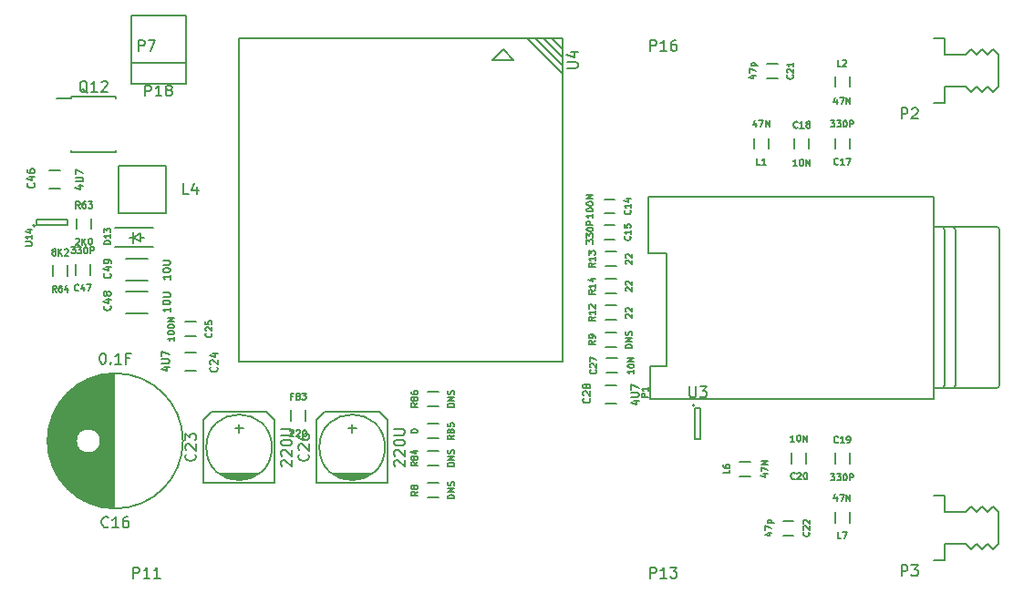
<source format=gto>
G04 #@! TF.FileFunction,Legend,Top*
%FSLAX46Y46*%
G04 Gerber Fmt 4.6, Leading zero omitted, Abs format (unit mm)*
G04 Created by KiCad (PCBNEW 4.0.0-rc1-stable) date 10/1/2015 4:54:29 PM*
%MOMM*%
G01*
G04 APERTURE LIST*
%ADD10C,0.100000*%
%ADD11C,0.150000*%
G04 APERTURE END LIST*
D10*
D11*
X186675000Y-124500000D02*
X186675000Y-125500000D01*
X185325000Y-125500000D02*
X185325000Y-124500000D01*
X189325000Y-125500000D02*
X189325000Y-124500000D01*
X190675000Y-124500000D02*
X190675000Y-125500000D01*
X190675000Y-130000000D02*
X190675000Y-131000000D01*
X189325000Y-131000000D02*
X189325000Y-130000000D01*
X181500000Y-126675000D02*
X180500000Y-126675000D01*
X180500000Y-125325000D02*
X181500000Y-125325000D01*
X184500000Y-130825000D02*
X185500000Y-130825000D01*
X185500000Y-132175000D02*
X184500000Y-132175000D01*
X183000000Y-88325000D02*
X184000000Y-88325000D01*
X184000000Y-89675000D02*
X183000000Y-89675000D01*
X152500000Y-120175000D02*
X151500000Y-120175000D01*
X151500000Y-118825000D02*
X152500000Y-118825000D01*
X151500000Y-121825000D02*
X152500000Y-121825000D01*
X152500000Y-123175000D02*
X151500000Y-123175000D01*
X152500000Y-125675000D02*
X151500000Y-125675000D01*
X151500000Y-124325000D02*
X152500000Y-124325000D01*
X118075000Y-107100000D02*
X118075000Y-108100000D01*
X116725000Y-108100000D02*
X116725000Y-107100000D01*
X118925000Y-103700000D02*
X118925000Y-102700000D01*
X120275000Y-102700000D02*
X120275000Y-103700000D01*
X169000000Y-109675000D02*
X168000000Y-109675000D01*
X168000000Y-108325000D02*
X169000000Y-108325000D01*
X169000000Y-107175000D02*
X168000000Y-107175000D01*
X168000000Y-105825000D02*
X169000000Y-105825000D01*
X169000000Y-112175000D02*
X168000000Y-112175000D01*
X168000000Y-110825000D02*
X169000000Y-110825000D01*
X169000000Y-114675000D02*
X168000000Y-114675000D01*
X168000000Y-113325000D02*
X169000000Y-113325000D01*
X152500000Y-128675000D02*
X151500000Y-128675000D01*
X151500000Y-127325000D02*
X152500000Y-127325000D01*
X189325000Y-90500000D02*
X189325000Y-89500000D01*
X190675000Y-89500000D02*
X190675000Y-90500000D01*
X183175000Y-95250000D02*
X183175000Y-96250000D01*
X181825000Y-96250000D02*
X181825000Y-95250000D01*
X138825000Y-121500000D02*
X138825000Y-120500000D01*
X140175000Y-120500000D02*
X140175000Y-121500000D01*
X125500000Y-106475000D02*
X123500000Y-106475000D01*
X123500000Y-108525000D02*
X125500000Y-108525000D01*
X125500000Y-109475000D02*
X123500000Y-109475000D01*
X123500000Y-111525000D02*
X125500000Y-111525000D01*
X120175000Y-107000000D02*
X120175000Y-108000000D01*
X118825000Y-108000000D02*
X118825000Y-107000000D01*
X117400000Y-98250000D02*
X116400000Y-98250000D01*
X116400000Y-99950000D02*
X117400000Y-99950000D01*
X169000000Y-118250000D02*
X168000000Y-118250000D01*
X168000000Y-119950000D02*
X169000000Y-119950000D01*
X169100000Y-117075000D02*
X168100000Y-117075000D01*
X168100000Y-115725000D02*
X169100000Y-115725000D01*
X129000000Y-112325000D02*
X130000000Y-112325000D01*
X130000000Y-113675000D02*
X129000000Y-113675000D01*
X129000000Y-116850000D02*
X130000000Y-116850000D01*
X130000000Y-115150000D02*
X129000000Y-115150000D01*
X185575000Y-96250000D02*
X185575000Y-95250000D01*
X186925000Y-95250000D02*
X186925000Y-96250000D01*
X190675000Y-95250000D02*
X190675000Y-96250000D01*
X189325000Y-96250000D02*
X189325000Y-95250000D01*
X167900000Y-103325000D02*
X168900000Y-103325000D01*
X168900000Y-104675000D02*
X167900000Y-104675000D01*
X167900000Y-100925000D02*
X168900000Y-100925000D01*
X168900000Y-102275000D02*
X167900000Y-102275000D01*
X118425000Y-91425000D02*
X118425000Y-91570000D01*
X122575000Y-91425000D02*
X122575000Y-91570000D01*
X122575000Y-96575000D02*
X122575000Y-96430000D01*
X118425000Y-96575000D02*
X118425000Y-96430000D01*
X118425000Y-91425000D02*
X122575000Y-91425000D01*
X118425000Y-96575000D02*
X122575000Y-96575000D01*
X118425000Y-91570000D02*
X117025000Y-91570000D01*
X115050000Y-103400000D02*
G75*
G03X115050000Y-103400000I-100000J0D01*
G01*
X115200000Y-102850000D02*
X115200000Y-103350000D01*
X118100000Y-102850000D02*
X115200000Y-102850000D01*
X118100000Y-103350000D02*
X118100000Y-102850000D01*
X115200000Y-103350000D02*
X118100000Y-103350000D01*
X158500000Y-87000000D02*
X157500000Y-88000000D01*
X157500000Y-88000000D02*
X159500000Y-88000000D01*
X158500000Y-87000000D02*
X159500000Y-88000000D01*
X163000000Y-86000000D02*
X164000000Y-87000000D01*
X164000000Y-87000000D02*
X164000000Y-87750000D01*
X164000000Y-87750000D02*
X162250000Y-86000000D01*
X162250000Y-86000000D02*
X161500000Y-86000000D01*
X161500000Y-86000000D02*
X164000000Y-88500000D01*
X164000000Y-88500000D02*
X164000000Y-89250000D01*
X164000000Y-89250000D02*
X160750000Y-86000000D01*
X134000000Y-86000000D02*
X134000000Y-116000000D01*
X134000000Y-116000000D02*
X164000000Y-116000000D01*
X164000000Y-116000000D02*
X164000000Y-86000000D01*
X164000000Y-86000000D02*
X134000000Y-86000000D01*
X176300000Y-120100000D02*
G75*
G03X176300000Y-120100000I-100000J0D01*
G01*
X176850000Y-120350000D02*
X176350000Y-120350000D01*
X176850000Y-123250000D02*
X176850000Y-120350000D01*
X176350000Y-123250000D02*
X176850000Y-123250000D01*
X176350000Y-120350000D02*
X176350000Y-123250000D01*
X123960000Y-88270000D02*
X129040000Y-88270000D01*
X123960000Y-83825000D02*
X129040000Y-83825000D01*
X129040000Y-90175000D02*
X123960000Y-90175000D01*
X129040000Y-90175000D02*
X129040000Y-83825000D01*
X123960000Y-90175000D02*
X123960000Y-83825000D01*
X198500000Y-128500000D02*
X199500000Y-128500000D01*
X199500000Y-128500000D02*
X199500000Y-130000000D01*
X199500000Y-130000000D02*
X201500000Y-130000000D01*
X201500000Y-130000000D02*
X202000000Y-129500000D01*
X202000000Y-129500000D02*
X202500000Y-130000000D01*
X202500000Y-130000000D02*
X203000000Y-129500000D01*
X203000000Y-129500000D02*
X203500000Y-130000000D01*
X203500000Y-130000000D02*
X204000000Y-129500000D01*
X204000000Y-129500000D02*
X204500000Y-130000000D01*
X204500000Y-130000000D02*
X204500000Y-133000000D01*
X204500000Y-133000000D02*
X204000000Y-133500000D01*
X204000000Y-133500000D02*
X203500000Y-133000000D01*
X203500000Y-133000000D02*
X203000000Y-133500000D01*
X203000000Y-133500000D02*
X202500000Y-133000000D01*
X202500000Y-133000000D02*
X202000000Y-133500000D01*
X202000000Y-133500000D02*
X201500000Y-133000000D01*
X201500000Y-133000000D02*
X199500000Y-133000000D01*
X199500000Y-133000000D02*
X199500000Y-134500000D01*
X199500000Y-134500000D02*
X198500000Y-134500000D01*
X198500000Y-86000000D02*
X199500000Y-86000000D01*
X199500000Y-86000000D02*
X199500000Y-87500000D01*
X199500000Y-87500000D02*
X201500000Y-87500000D01*
X201500000Y-87500000D02*
X202000000Y-87000000D01*
X202000000Y-87000000D02*
X202500000Y-87500000D01*
X202500000Y-87500000D02*
X203000000Y-87000000D01*
X203000000Y-87000000D02*
X203500000Y-87500000D01*
X203500000Y-87500000D02*
X204000000Y-87000000D01*
X204000000Y-87000000D02*
X204500000Y-87500000D01*
X204500000Y-87500000D02*
X204500000Y-90500000D01*
X204500000Y-90500000D02*
X204000000Y-91000000D01*
X204000000Y-91000000D02*
X203500000Y-90500000D01*
X203500000Y-90500000D02*
X203000000Y-91000000D01*
X203000000Y-91000000D02*
X202500000Y-90500000D01*
X202500000Y-90500000D02*
X202000000Y-91000000D01*
X202000000Y-91000000D02*
X201500000Y-90500000D01*
X201500000Y-90500000D02*
X199500000Y-90500000D01*
X199500000Y-90500000D02*
X199500000Y-92000000D01*
X199500000Y-92000000D02*
X198500000Y-92000000D01*
X199500000Y-103800000D02*
G75*
G03X199200000Y-103500000I-300000J0D01*
G01*
X200500000Y-103800000D02*
G75*
G03X200200000Y-103500000I-300000J0D01*
G01*
X199200000Y-118500000D02*
G75*
G03X199500000Y-118200000I0J300000D01*
G01*
X200200000Y-118500000D02*
G75*
G03X200500000Y-118200000I0J300000D01*
G01*
X200500000Y-103800000D02*
X200500000Y-118200000D01*
X199500000Y-118200000D02*
X199500000Y-103800000D01*
X204300000Y-103500000D02*
X198500000Y-103500000D01*
X204600000Y-103800000D02*
G75*
G03X204300000Y-103500000I-300000J0D01*
G01*
X204600000Y-118200000D02*
X204600000Y-103800000D01*
X204300000Y-118500000D02*
X198500000Y-118500000D01*
X204300000Y-118500000D02*
G75*
G03X204600000Y-118200000I0J300000D01*
G01*
X198500000Y-100700000D02*
X198500000Y-119500000D01*
X172200000Y-117300000D02*
X172200000Y-116500000D01*
X172200000Y-116500000D02*
X173700000Y-116500000D01*
X173700000Y-116500000D02*
X173700000Y-106000000D01*
X173700000Y-106000000D02*
X172000000Y-106000000D01*
X172200000Y-119500000D02*
X172200000Y-117300000D01*
X172200000Y-119500000D02*
X198500000Y-119500000D01*
X172000000Y-100700000D02*
X198500000Y-100700000D01*
X172000000Y-106000000D02*
X172000000Y-100700000D01*
X127200000Y-97800000D02*
X127200000Y-102200000D01*
X127200000Y-102200000D02*
X122800000Y-102200000D01*
X122800000Y-102200000D02*
X122800000Y-97800000D01*
X122800000Y-97800000D02*
X127200000Y-97800000D01*
X124817500Y-104500000D02*
X125198500Y-104500000D01*
X123801500Y-104500000D02*
X124182500Y-104500000D01*
X124182500Y-104500000D02*
X124817500Y-104119000D01*
X124817500Y-104119000D02*
X124817500Y-104881000D01*
X124817500Y-104881000D02*
X124182500Y-104500000D01*
X124182500Y-103992000D02*
X124182500Y-105008000D01*
X122500000Y-105400000D02*
X126040000Y-105400000D01*
X122500000Y-103600000D02*
X126040000Y-103600000D01*
X143738000Y-126921000D02*
X145262000Y-126921000D01*
X145643000Y-126794000D02*
X143357000Y-126794000D01*
X143103000Y-126667000D02*
X145897000Y-126667000D01*
X146151000Y-126540000D02*
X142849000Y-126540000D01*
X142722000Y-126413000D02*
X146278000Y-126413000D01*
X141198000Y-127302000D02*
X147802000Y-127302000D01*
X147802000Y-127302000D02*
X147802000Y-121460000D01*
X147802000Y-121460000D02*
X147040000Y-120698000D01*
X147040000Y-120698000D02*
X141960000Y-120698000D01*
X141960000Y-120698000D02*
X141198000Y-121460000D01*
X141198000Y-121460000D02*
X141198000Y-127302000D01*
X144500000Y-121841000D02*
X144500000Y-122603000D01*
X144119000Y-122222000D02*
X144881000Y-122222000D01*
X147548000Y-124000000D02*
G75*
G03X147548000Y-124000000I-3048000J0D01*
G01*
X133238000Y-126921000D02*
X134762000Y-126921000D01*
X135143000Y-126794000D02*
X132857000Y-126794000D01*
X132603000Y-126667000D02*
X135397000Y-126667000D01*
X135651000Y-126540000D02*
X132349000Y-126540000D01*
X132222000Y-126413000D02*
X135778000Y-126413000D01*
X130698000Y-127302000D02*
X137302000Y-127302000D01*
X137302000Y-127302000D02*
X137302000Y-121460000D01*
X137302000Y-121460000D02*
X136540000Y-120698000D01*
X136540000Y-120698000D02*
X131460000Y-120698000D01*
X131460000Y-120698000D02*
X130698000Y-121460000D01*
X130698000Y-121460000D02*
X130698000Y-127302000D01*
X134000000Y-121841000D02*
X134000000Y-122603000D01*
X133619000Y-122222000D02*
X134381000Y-122222000D01*
X137048000Y-124000000D02*
G75*
G03X137048000Y-124000000I-3048000J0D01*
G01*
X122425000Y-129650000D02*
X122425000Y-117150000D01*
X122285000Y-129646000D02*
X122285000Y-117154000D01*
X122145000Y-129640000D02*
X122145000Y-117160000D01*
X122005000Y-129630000D02*
X122005000Y-117170000D01*
X121865000Y-129618000D02*
X121865000Y-117182000D01*
X121725000Y-129602000D02*
X121725000Y-117198000D01*
X121585000Y-129583000D02*
X121585000Y-117217000D01*
X121445000Y-129560000D02*
X121445000Y-117240000D01*
X121305000Y-129535000D02*
X121305000Y-117265000D01*
X121165000Y-129506000D02*
X121165000Y-117294000D01*
X121025000Y-129473000D02*
X121025000Y-123921000D01*
X121025000Y-122879000D02*
X121025000Y-117327000D01*
X120885000Y-129438000D02*
X120885000Y-124134000D01*
X120885000Y-122666000D02*
X120885000Y-117362000D01*
X120745000Y-129399000D02*
X120745000Y-124276000D01*
X120745000Y-122524000D02*
X120745000Y-117401000D01*
X120605000Y-129356000D02*
X120605000Y-124378000D01*
X120605000Y-122422000D02*
X120605000Y-117444000D01*
X120465000Y-129309000D02*
X120465000Y-124452000D01*
X120465000Y-122348000D02*
X120465000Y-117491000D01*
X120325000Y-129259000D02*
X120325000Y-124503000D01*
X120325000Y-122297000D02*
X120325000Y-117541000D01*
X120185000Y-129205000D02*
X120185000Y-124535000D01*
X120185000Y-122265000D02*
X120185000Y-117595000D01*
X120045000Y-129148000D02*
X120045000Y-124549000D01*
X120045000Y-122251000D02*
X120045000Y-117652000D01*
X119905000Y-129086000D02*
X119905000Y-124546000D01*
X119905000Y-122254000D02*
X119905000Y-117714000D01*
X119765000Y-129020000D02*
X119765000Y-124526000D01*
X119765000Y-122274000D02*
X119765000Y-117780000D01*
X119625000Y-128949000D02*
X119625000Y-124487000D01*
X119625000Y-122313000D02*
X119625000Y-117851000D01*
X119485000Y-128875000D02*
X119485000Y-124428000D01*
X119485000Y-122372000D02*
X119485000Y-117925000D01*
X119345000Y-128795000D02*
X119345000Y-124345000D01*
X119345000Y-122455000D02*
X119345000Y-118005000D01*
X119205000Y-128711000D02*
X119205000Y-124231000D01*
X119205000Y-122569000D02*
X119205000Y-118089000D01*
X119065000Y-128621000D02*
X119065000Y-124070000D01*
X119065000Y-122730000D02*
X119065000Y-118179000D01*
X118925000Y-128527000D02*
X118925000Y-123809000D01*
X118925000Y-122991000D02*
X118925000Y-118273000D01*
X118785000Y-128426000D02*
X118785000Y-118374000D01*
X118645000Y-128319000D02*
X118645000Y-118481000D01*
X118505000Y-128207000D02*
X118505000Y-118593000D01*
X118365000Y-128087000D02*
X118365000Y-118713000D01*
X118225000Y-127959000D02*
X118225000Y-118841000D01*
X118085000Y-127824000D02*
X118085000Y-118976000D01*
X117945000Y-127680000D02*
X117945000Y-119120000D01*
X117805000Y-127525000D02*
X117805000Y-119275000D01*
X117665000Y-127360000D02*
X117665000Y-119440000D01*
X117525000Y-127183000D02*
X117525000Y-119617000D01*
X117385000Y-126992000D02*
X117385000Y-119808000D01*
X117245000Y-126783000D02*
X117245000Y-120017000D01*
X117105000Y-126555000D02*
X117105000Y-120245000D01*
X116965000Y-126303000D02*
X116965000Y-120497000D01*
X116825000Y-126019000D02*
X116825000Y-120781000D01*
X116685000Y-125691000D02*
X116685000Y-121109000D01*
X116545000Y-125297000D02*
X116545000Y-121503000D01*
X116405000Y-124783000D02*
X116405000Y-122017000D01*
X116265000Y-123833000D02*
X116265000Y-122967000D01*
X121150000Y-123400000D02*
G75*
G03X121150000Y-123400000I-1150000J0D01*
G01*
X128787500Y-123400000D02*
G75*
G03X128787500Y-123400000I-6287500J0D01*
G01*
X185614285Y-126914286D02*
X185585714Y-126942857D01*
X185500000Y-126971429D01*
X185442857Y-126971429D01*
X185357142Y-126942857D01*
X185300000Y-126885714D01*
X185271428Y-126828571D01*
X185242857Y-126714286D01*
X185242857Y-126628571D01*
X185271428Y-126514286D01*
X185300000Y-126457143D01*
X185357142Y-126400000D01*
X185442857Y-126371429D01*
X185500000Y-126371429D01*
X185585714Y-126400000D01*
X185614285Y-126428571D01*
X185842857Y-126428571D02*
X185871428Y-126400000D01*
X185928571Y-126371429D01*
X186071428Y-126371429D01*
X186128571Y-126400000D01*
X186157142Y-126428571D01*
X186185714Y-126485714D01*
X186185714Y-126542857D01*
X186157142Y-126628571D01*
X185814285Y-126971429D01*
X186185714Y-126971429D01*
X186557143Y-126371429D02*
X186614286Y-126371429D01*
X186671429Y-126400000D01*
X186700000Y-126428571D01*
X186728571Y-126485714D01*
X186757143Y-126600000D01*
X186757143Y-126742857D01*
X186728571Y-126857143D01*
X186700000Y-126914286D01*
X186671429Y-126942857D01*
X186614286Y-126971429D01*
X186557143Y-126971429D01*
X186500000Y-126942857D01*
X186471429Y-126914286D01*
X186442857Y-126857143D01*
X186414286Y-126742857D01*
X186414286Y-126600000D01*
X186442857Y-126485714D01*
X186471429Y-126428571D01*
X186500000Y-126400000D01*
X186557143Y-126371429D01*
X185571429Y-123471429D02*
X185228572Y-123471429D01*
X185400000Y-123471429D02*
X185400000Y-122871429D01*
X185342857Y-122957143D01*
X185285715Y-123014286D01*
X185228572Y-123042857D01*
X185942858Y-122871429D02*
X186000001Y-122871429D01*
X186057144Y-122900000D01*
X186085715Y-122928571D01*
X186114286Y-122985714D01*
X186142858Y-123100000D01*
X186142858Y-123242857D01*
X186114286Y-123357143D01*
X186085715Y-123414286D01*
X186057144Y-123442857D01*
X186000001Y-123471429D01*
X185942858Y-123471429D01*
X185885715Y-123442857D01*
X185857144Y-123414286D01*
X185828572Y-123357143D01*
X185800001Y-123242857D01*
X185800001Y-123100000D01*
X185828572Y-122985714D01*
X185857144Y-122928571D01*
X185885715Y-122900000D01*
X185942858Y-122871429D01*
X186400001Y-123471429D02*
X186400001Y-122871429D01*
X186742858Y-123471429D01*
X186742858Y-122871429D01*
X189614285Y-123514286D02*
X189585714Y-123542857D01*
X189500000Y-123571429D01*
X189442857Y-123571429D01*
X189357142Y-123542857D01*
X189300000Y-123485714D01*
X189271428Y-123428571D01*
X189242857Y-123314286D01*
X189242857Y-123228571D01*
X189271428Y-123114286D01*
X189300000Y-123057143D01*
X189357142Y-123000000D01*
X189442857Y-122971429D01*
X189500000Y-122971429D01*
X189585714Y-123000000D01*
X189614285Y-123028571D01*
X190185714Y-123571429D02*
X189842857Y-123571429D01*
X190014285Y-123571429D02*
X190014285Y-122971429D01*
X189957142Y-123057143D01*
X189900000Y-123114286D01*
X189842857Y-123142857D01*
X190471429Y-123571429D02*
X190585714Y-123571429D01*
X190642857Y-123542857D01*
X190671429Y-123514286D01*
X190728571Y-123428571D01*
X190757143Y-123314286D01*
X190757143Y-123085714D01*
X190728571Y-123028571D01*
X190700000Y-123000000D01*
X190642857Y-122971429D01*
X190528571Y-122971429D01*
X190471429Y-123000000D01*
X190442857Y-123028571D01*
X190414286Y-123085714D01*
X190414286Y-123228571D01*
X190442857Y-123285714D01*
X190471429Y-123314286D01*
X190528571Y-123342857D01*
X190642857Y-123342857D01*
X190700000Y-123314286D01*
X190728571Y-123285714D01*
X190757143Y-123228571D01*
X188928571Y-126471429D02*
X189300000Y-126471429D01*
X189100000Y-126700000D01*
X189185714Y-126700000D01*
X189242857Y-126728571D01*
X189271428Y-126757143D01*
X189300000Y-126814286D01*
X189300000Y-126957143D01*
X189271428Y-127014286D01*
X189242857Y-127042857D01*
X189185714Y-127071429D01*
X189014286Y-127071429D01*
X188957143Y-127042857D01*
X188928571Y-127014286D01*
X189500000Y-126471429D02*
X189871429Y-126471429D01*
X189671429Y-126700000D01*
X189757143Y-126700000D01*
X189814286Y-126728571D01*
X189842857Y-126757143D01*
X189871429Y-126814286D01*
X189871429Y-126957143D01*
X189842857Y-127014286D01*
X189814286Y-127042857D01*
X189757143Y-127071429D01*
X189585715Y-127071429D01*
X189528572Y-127042857D01*
X189500000Y-127014286D01*
X190242858Y-126471429D02*
X190300001Y-126471429D01*
X190357144Y-126500000D01*
X190385715Y-126528571D01*
X190414286Y-126585714D01*
X190442858Y-126700000D01*
X190442858Y-126842857D01*
X190414286Y-126957143D01*
X190385715Y-127014286D01*
X190357144Y-127042857D01*
X190300001Y-127071429D01*
X190242858Y-127071429D01*
X190185715Y-127042857D01*
X190157144Y-127014286D01*
X190128572Y-126957143D01*
X190100001Y-126842857D01*
X190100001Y-126700000D01*
X190128572Y-126585714D01*
X190157144Y-126528571D01*
X190185715Y-126500000D01*
X190242858Y-126471429D01*
X190700001Y-127071429D02*
X190700001Y-126471429D01*
X190928573Y-126471429D01*
X190985715Y-126500000D01*
X191014287Y-126528571D01*
X191042858Y-126585714D01*
X191042858Y-126671429D01*
X191014287Y-126728571D01*
X190985715Y-126757143D01*
X190928573Y-126785714D01*
X190700001Y-126785714D01*
X189900000Y-132471429D02*
X189614286Y-132471429D01*
X189614286Y-131871429D01*
X190042857Y-131871429D02*
X190442857Y-131871429D01*
X190185714Y-132471429D01*
X189514286Y-128571429D02*
X189514286Y-128971429D01*
X189371429Y-128342857D02*
X189228572Y-128771429D01*
X189600000Y-128771429D01*
X189771429Y-128371429D02*
X190171429Y-128371429D01*
X189914286Y-128971429D01*
X190400001Y-128971429D02*
X190400001Y-128371429D01*
X190742858Y-128971429D01*
X190742858Y-128371429D01*
X179571429Y-126100000D02*
X179571429Y-126385714D01*
X178971429Y-126385714D01*
X178971429Y-125642857D02*
X178971429Y-125757143D01*
X179000000Y-125814286D01*
X179028571Y-125842857D01*
X179114286Y-125900000D01*
X179228571Y-125928571D01*
X179457143Y-125928571D01*
X179514286Y-125900000D01*
X179542857Y-125871428D01*
X179571429Y-125814286D01*
X179571429Y-125700000D01*
X179542857Y-125642857D01*
X179514286Y-125614286D01*
X179457143Y-125585714D01*
X179314286Y-125585714D01*
X179257143Y-125614286D01*
X179228571Y-125642857D01*
X179200000Y-125700000D01*
X179200000Y-125814286D01*
X179228571Y-125871428D01*
X179257143Y-125900000D01*
X179314286Y-125928571D01*
X182671429Y-126485714D02*
X183071429Y-126485714D01*
X182442857Y-126628571D02*
X182871429Y-126771428D01*
X182871429Y-126400000D01*
X182471429Y-126228571D02*
X182471429Y-125828571D01*
X183071429Y-126085714D01*
X183071429Y-125599999D02*
X182471429Y-125599999D01*
X183071429Y-125257142D01*
X182471429Y-125257142D01*
X186914286Y-131885715D02*
X186942857Y-131914286D01*
X186971429Y-132000000D01*
X186971429Y-132057143D01*
X186942857Y-132142858D01*
X186885714Y-132200000D01*
X186828571Y-132228572D01*
X186714286Y-132257143D01*
X186628571Y-132257143D01*
X186514286Y-132228572D01*
X186457143Y-132200000D01*
X186400000Y-132142858D01*
X186371429Y-132057143D01*
X186371429Y-132000000D01*
X186400000Y-131914286D01*
X186428571Y-131885715D01*
X186428571Y-131657143D02*
X186400000Y-131628572D01*
X186371429Y-131571429D01*
X186371429Y-131428572D01*
X186400000Y-131371429D01*
X186428571Y-131342858D01*
X186485714Y-131314286D01*
X186542857Y-131314286D01*
X186628571Y-131342858D01*
X186971429Y-131685715D01*
X186971429Y-131314286D01*
X186428571Y-131085714D02*
X186400000Y-131057143D01*
X186371429Y-131000000D01*
X186371429Y-130857143D01*
X186400000Y-130800000D01*
X186428571Y-130771429D01*
X186485714Y-130742857D01*
X186542857Y-130742857D01*
X186628571Y-130771429D01*
X186971429Y-131114286D01*
X186971429Y-130742857D01*
X183071429Y-131942857D02*
X183471429Y-131942857D01*
X182842857Y-132085714D02*
X183271429Y-132228571D01*
X183271429Y-131857143D01*
X182871429Y-131685714D02*
X182871429Y-131285714D01*
X183471429Y-131542857D01*
X183071429Y-131057142D02*
X183671429Y-131057142D01*
X183100000Y-131057142D02*
X183071429Y-130999999D01*
X183071429Y-130885713D01*
X183100000Y-130828570D01*
X183128571Y-130799999D01*
X183185714Y-130771428D01*
X183357143Y-130771428D01*
X183414286Y-130799999D01*
X183442857Y-130828570D01*
X183471429Y-130885713D01*
X183471429Y-130999999D01*
X183442857Y-131057142D01*
X185414286Y-89385715D02*
X185442857Y-89414286D01*
X185471429Y-89500000D01*
X185471429Y-89557143D01*
X185442857Y-89642858D01*
X185385714Y-89700000D01*
X185328571Y-89728572D01*
X185214286Y-89757143D01*
X185128571Y-89757143D01*
X185014286Y-89728572D01*
X184957143Y-89700000D01*
X184900000Y-89642858D01*
X184871429Y-89557143D01*
X184871429Y-89500000D01*
X184900000Y-89414286D01*
X184928571Y-89385715D01*
X184928571Y-89157143D02*
X184900000Y-89128572D01*
X184871429Y-89071429D01*
X184871429Y-88928572D01*
X184900000Y-88871429D01*
X184928571Y-88842858D01*
X184985714Y-88814286D01*
X185042857Y-88814286D01*
X185128571Y-88842858D01*
X185471429Y-89185715D01*
X185471429Y-88814286D01*
X185471429Y-88242857D02*
X185471429Y-88585714D01*
X185471429Y-88414286D02*
X184871429Y-88414286D01*
X184957143Y-88471429D01*
X185014286Y-88528571D01*
X185042857Y-88585714D01*
X181571429Y-89442857D02*
X181971429Y-89442857D01*
X181342857Y-89585714D02*
X181771429Y-89728571D01*
X181771429Y-89357143D01*
X181371429Y-89185714D02*
X181371429Y-88785714D01*
X181971429Y-89042857D01*
X181571429Y-88557142D02*
X182171429Y-88557142D01*
X181600000Y-88557142D02*
X181571429Y-88499999D01*
X181571429Y-88385713D01*
X181600000Y-88328570D01*
X181628571Y-88299999D01*
X181685714Y-88271428D01*
X181857143Y-88271428D01*
X181914286Y-88299999D01*
X181942857Y-88328570D01*
X181971429Y-88385713D01*
X181971429Y-88499999D01*
X181942857Y-88557142D01*
X150571429Y-119885715D02*
X150285714Y-120085715D01*
X150571429Y-120228572D02*
X149971429Y-120228572D01*
X149971429Y-120000000D01*
X150000000Y-119942858D01*
X150028571Y-119914286D01*
X150085714Y-119885715D01*
X150171429Y-119885715D01*
X150228571Y-119914286D01*
X150257143Y-119942858D01*
X150285714Y-120000000D01*
X150285714Y-120228572D01*
X150228571Y-119542858D02*
X150200000Y-119600000D01*
X150171429Y-119628572D01*
X150114286Y-119657143D01*
X150085714Y-119657143D01*
X150028571Y-119628572D01*
X150000000Y-119600000D01*
X149971429Y-119542858D01*
X149971429Y-119428572D01*
X150000000Y-119371429D01*
X150028571Y-119342858D01*
X150085714Y-119314286D01*
X150114286Y-119314286D01*
X150171429Y-119342858D01*
X150200000Y-119371429D01*
X150228571Y-119428572D01*
X150228571Y-119542858D01*
X150257143Y-119600000D01*
X150285714Y-119628572D01*
X150342857Y-119657143D01*
X150457143Y-119657143D01*
X150514286Y-119628572D01*
X150542857Y-119600000D01*
X150571429Y-119542858D01*
X150571429Y-119428572D01*
X150542857Y-119371429D01*
X150514286Y-119342858D01*
X150457143Y-119314286D01*
X150342857Y-119314286D01*
X150285714Y-119342858D01*
X150257143Y-119371429D01*
X150228571Y-119428572D01*
X149971429Y-118800000D02*
X149971429Y-118914286D01*
X150000000Y-118971429D01*
X150028571Y-119000000D01*
X150114286Y-119057143D01*
X150228571Y-119085714D01*
X150457143Y-119085714D01*
X150514286Y-119057143D01*
X150542857Y-119028571D01*
X150571429Y-118971429D01*
X150571429Y-118857143D01*
X150542857Y-118800000D01*
X150514286Y-118771429D01*
X150457143Y-118742857D01*
X150314286Y-118742857D01*
X150257143Y-118771429D01*
X150228571Y-118800000D01*
X150200000Y-118857143D01*
X150200000Y-118971429D01*
X150228571Y-119028571D01*
X150257143Y-119057143D01*
X150314286Y-119085714D01*
X153971429Y-120257143D02*
X153371429Y-120257143D01*
X153371429Y-120114286D01*
X153400000Y-120028571D01*
X153457143Y-119971429D01*
X153514286Y-119942857D01*
X153628571Y-119914286D01*
X153714286Y-119914286D01*
X153828571Y-119942857D01*
X153885714Y-119971429D01*
X153942857Y-120028571D01*
X153971429Y-120114286D01*
X153971429Y-120257143D01*
X153971429Y-119657143D02*
X153371429Y-119657143D01*
X153971429Y-119314286D01*
X153371429Y-119314286D01*
X153942857Y-119057143D02*
X153971429Y-118971429D01*
X153971429Y-118828572D01*
X153942857Y-118771429D01*
X153914286Y-118742858D01*
X153857143Y-118714286D01*
X153800000Y-118714286D01*
X153742857Y-118742858D01*
X153714286Y-118771429D01*
X153685714Y-118828572D01*
X153657143Y-118942858D01*
X153628571Y-119000000D01*
X153600000Y-119028572D01*
X153542857Y-119057143D01*
X153485714Y-119057143D01*
X153428571Y-119028572D01*
X153400000Y-119000000D01*
X153371429Y-118942858D01*
X153371429Y-118800000D01*
X153400000Y-118714286D01*
X153971429Y-122885715D02*
X153685714Y-123085715D01*
X153971429Y-123228572D02*
X153371429Y-123228572D01*
X153371429Y-123000000D01*
X153400000Y-122942858D01*
X153428571Y-122914286D01*
X153485714Y-122885715D01*
X153571429Y-122885715D01*
X153628571Y-122914286D01*
X153657143Y-122942858D01*
X153685714Y-123000000D01*
X153685714Y-123228572D01*
X153628571Y-122542858D02*
X153600000Y-122600000D01*
X153571429Y-122628572D01*
X153514286Y-122657143D01*
X153485714Y-122657143D01*
X153428571Y-122628572D01*
X153400000Y-122600000D01*
X153371429Y-122542858D01*
X153371429Y-122428572D01*
X153400000Y-122371429D01*
X153428571Y-122342858D01*
X153485714Y-122314286D01*
X153514286Y-122314286D01*
X153571429Y-122342858D01*
X153600000Y-122371429D01*
X153628571Y-122428572D01*
X153628571Y-122542858D01*
X153657143Y-122600000D01*
X153685714Y-122628572D01*
X153742857Y-122657143D01*
X153857143Y-122657143D01*
X153914286Y-122628572D01*
X153942857Y-122600000D01*
X153971429Y-122542858D01*
X153971429Y-122428572D01*
X153942857Y-122371429D01*
X153914286Y-122342858D01*
X153857143Y-122314286D01*
X153742857Y-122314286D01*
X153685714Y-122342858D01*
X153657143Y-122371429D01*
X153628571Y-122428572D01*
X153371429Y-121771429D02*
X153371429Y-122057143D01*
X153657143Y-122085714D01*
X153628571Y-122057143D01*
X153600000Y-122000000D01*
X153600000Y-121857143D01*
X153628571Y-121800000D01*
X153657143Y-121771429D01*
X153714286Y-121742857D01*
X153857143Y-121742857D01*
X153914286Y-121771429D01*
X153942857Y-121800000D01*
X153971429Y-121857143D01*
X153971429Y-122000000D01*
X153942857Y-122057143D01*
X153914286Y-122085714D01*
X149971429Y-122528571D02*
X149971429Y-122471428D01*
X150000000Y-122414285D01*
X150028571Y-122385714D01*
X150085714Y-122357143D01*
X150200000Y-122328571D01*
X150342857Y-122328571D01*
X150457143Y-122357143D01*
X150514286Y-122385714D01*
X150542857Y-122414285D01*
X150571429Y-122471428D01*
X150571429Y-122528571D01*
X150542857Y-122585714D01*
X150514286Y-122614285D01*
X150457143Y-122642857D01*
X150342857Y-122671428D01*
X150200000Y-122671428D01*
X150085714Y-122642857D01*
X150028571Y-122614285D01*
X150000000Y-122585714D01*
X149971429Y-122528571D01*
X150571429Y-125385715D02*
X150285714Y-125585715D01*
X150571429Y-125728572D02*
X149971429Y-125728572D01*
X149971429Y-125500000D01*
X150000000Y-125442858D01*
X150028571Y-125414286D01*
X150085714Y-125385715D01*
X150171429Y-125385715D01*
X150228571Y-125414286D01*
X150257143Y-125442858D01*
X150285714Y-125500000D01*
X150285714Y-125728572D01*
X150228571Y-125042858D02*
X150200000Y-125100000D01*
X150171429Y-125128572D01*
X150114286Y-125157143D01*
X150085714Y-125157143D01*
X150028571Y-125128572D01*
X150000000Y-125100000D01*
X149971429Y-125042858D01*
X149971429Y-124928572D01*
X150000000Y-124871429D01*
X150028571Y-124842858D01*
X150085714Y-124814286D01*
X150114286Y-124814286D01*
X150171429Y-124842858D01*
X150200000Y-124871429D01*
X150228571Y-124928572D01*
X150228571Y-125042858D01*
X150257143Y-125100000D01*
X150285714Y-125128572D01*
X150342857Y-125157143D01*
X150457143Y-125157143D01*
X150514286Y-125128572D01*
X150542857Y-125100000D01*
X150571429Y-125042858D01*
X150571429Y-124928572D01*
X150542857Y-124871429D01*
X150514286Y-124842858D01*
X150457143Y-124814286D01*
X150342857Y-124814286D01*
X150285714Y-124842858D01*
X150257143Y-124871429D01*
X150228571Y-124928572D01*
X150171429Y-124300000D02*
X150571429Y-124300000D01*
X149942857Y-124442857D02*
X150371429Y-124585714D01*
X150371429Y-124214286D01*
X153971429Y-125757143D02*
X153371429Y-125757143D01*
X153371429Y-125614286D01*
X153400000Y-125528571D01*
X153457143Y-125471429D01*
X153514286Y-125442857D01*
X153628571Y-125414286D01*
X153714286Y-125414286D01*
X153828571Y-125442857D01*
X153885714Y-125471429D01*
X153942857Y-125528571D01*
X153971429Y-125614286D01*
X153971429Y-125757143D01*
X153971429Y-125157143D02*
X153371429Y-125157143D01*
X153971429Y-124814286D01*
X153371429Y-124814286D01*
X153942857Y-124557143D02*
X153971429Y-124471429D01*
X153971429Y-124328572D01*
X153942857Y-124271429D01*
X153914286Y-124242858D01*
X153857143Y-124214286D01*
X153800000Y-124214286D01*
X153742857Y-124242858D01*
X153714286Y-124271429D01*
X153685714Y-124328572D01*
X153657143Y-124442858D01*
X153628571Y-124500000D01*
X153600000Y-124528572D01*
X153542857Y-124557143D01*
X153485714Y-124557143D01*
X153428571Y-124528572D01*
X153400000Y-124500000D01*
X153371429Y-124442858D01*
X153371429Y-124300000D01*
X153400000Y-124214286D01*
X117014285Y-109571429D02*
X116814285Y-109285714D01*
X116671428Y-109571429D02*
X116671428Y-108971429D01*
X116900000Y-108971429D01*
X116957142Y-109000000D01*
X116985714Y-109028571D01*
X117014285Y-109085714D01*
X117014285Y-109171429D01*
X116985714Y-109228571D01*
X116957142Y-109257143D01*
X116900000Y-109285714D01*
X116671428Y-109285714D01*
X117528571Y-108971429D02*
X117414285Y-108971429D01*
X117357142Y-109000000D01*
X117328571Y-109028571D01*
X117271428Y-109114286D01*
X117242857Y-109228571D01*
X117242857Y-109457143D01*
X117271428Y-109514286D01*
X117300000Y-109542857D01*
X117357142Y-109571429D01*
X117471428Y-109571429D01*
X117528571Y-109542857D01*
X117557142Y-109514286D01*
X117585714Y-109457143D01*
X117585714Y-109314286D01*
X117557142Y-109257143D01*
X117528571Y-109228571D01*
X117471428Y-109200000D01*
X117357142Y-109200000D01*
X117300000Y-109228571D01*
X117271428Y-109257143D01*
X117242857Y-109314286D01*
X118100000Y-109171429D02*
X118100000Y-109571429D01*
X117957143Y-108942857D02*
X117814286Y-109371429D01*
X118185714Y-109371429D01*
X116757142Y-105828571D02*
X116700000Y-105800000D01*
X116671428Y-105771429D01*
X116642857Y-105714286D01*
X116642857Y-105685714D01*
X116671428Y-105628571D01*
X116700000Y-105600000D01*
X116757142Y-105571429D01*
X116871428Y-105571429D01*
X116928571Y-105600000D01*
X116957142Y-105628571D01*
X116985714Y-105685714D01*
X116985714Y-105714286D01*
X116957142Y-105771429D01*
X116928571Y-105800000D01*
X116871428Y-105828571D01*
X116757142Y-105828571D01*
X116700000Y-105857143D01*
X116671428Y-105885714D01*
X116642857Y-105942857D01*
X116642857Y-106057143D01*
X116671428Y-106114286D01*
X116700000Y-106142857D01*
X116757142Y-106171429D01*
X116871428Y-106171429D01*
X116928571Y-106142857D01*
X116957142Y-106114286D01*
X116985714Y-106057143D01*
X116985714Y-105942857D01*
X116957142Y-105885714D01*
X116928571Y-105857143D01*
X116871428Y-105828571D01*
X117242857Y-106171429D02*
X117242857Y-105571429D01*
X117585714Y-106171429D02*
X117328571Y-105828571D01*
X117585714Y-105571429D02*
X117242857Y-105914286D01*
X117814286Y-105628571D02*
X117842857Y-105600000D01*
X117900000Y-105571429D01*
X118042857Y-105571429D01*
X118100000Y-105600000D01*
X118128571Y-105628571D01*
X118157143Y-105685714D01*
X118157143Y-105742857D01*
X118128571Y-105828571D01*
X117785714Y-106171429D01*
X118157143Y-106171429D01*
X119214285Y-101771429D02*
X119014285Y-101485714D01*
X118871428Y-101771429D02*
X118871428Y-101171429D01*
X119100000Y-101171429D01*
X119157142Y-101200000D01*
X119185714Y-101228571D01*
X119214285Y-101285714D01*
X119214285Y-101371429D01*
X119185714Y-101428571D01*
X119157142Y-101457143D01*
X119100000Y-101485714D01*
X118871428Y-101485714D01*
X119728571Y-101171429D02*
X119614285Y-101171429D01*
X119557142Y-101200000D01*
X119528571Y-101228571D01*
X119471428Y-101314286D01*
X119442857Y-101428571D01*
X119442857Y-101657143D01*
X119471428Y-101714286D01*
X119500000Y-101742857D01*
X119557142Y-101771429D01*
X119671428Y-101771429D01*
X119728571Y-101742857D01*
X119757142Y-101714286D01*
X119785714Y-101657143D01*
X119785714Y-101514286D01*
X119757142Y-101457143D01*
X119728571Y-101428571D01*
X119671428Y-101400000D01*
X119557142Y-101400000D01*
X119500000Y-101428571D01*
X119471428Y-101457143D01*
X119442857Y-101514286D01*
X119985714Y-101171429D02*
X120357143Y-101171429D01*
X120157143Y-101400000D01*
X120242857Y-101400000D01*
X120300000Y-101428571D01*
X120328571Y-101457143D01*
X120357143Y-101514286D01*
X120357143Y-101657143D01*
X120328571Y-101714286D01*
X120300000Y-101742857D01*
X120242857Y-101771429D01*
X120071429Y-101771429D01*
X120014286Y-101742857D01*
X119985714Y-101714286D01*
X118842857Y-104628571D02*
X118871428Y-104600000D01*
X118928571Y-104571429D01*
X119071428Y-104571429D01*
X119128571Y-104600000D01*
X119157142Y-104628571D01*
X119185714Y-104685714D01*
X119185714Y-104742857D01*
X119157142Y-104828571D01*
X118814285Y-105171429D01*
X119185714Y-105171429D01*
X119442857Y-105171429D02*
X119442857Y-104571429D01*
X119785714Y-105171429D02*
X119528571Y-104828571D01*
X119785714Y-104571429D02*
X119442857Y-104914286D01*
X120157143Y-104571429D02*
X120214286Y-104571429D01*
X120271429Y-104600000D01*
X120300000Y-104628571D01*
X120328571Y-104685714D01*
X120357143Y-104800000D01*
X120357143Y-104942857D01*
X120328571Y-105057143D01*
X120300000Y-105114286D01*
X120271429Y-105142857D01*
X120214286Y-105171429D01*
X120157143Y-105171429D01*
X120100000Y-105142857D01*
X120071429Y-105114286D01*
X120042857Y-105057143D01*
X120014286Y-104942857D01*
X120014286Y-104800000D01*
X120042857Y-104685714D01*
X120071429Y-104628571D01*
X120100000Y-104600000D01*
X120157143Y-104571429D01*
X167071429Y-109385715D02*
X166785714Y-109585715D01*
X167071429Y-109728572D02*
X166471429Y-109728572D01*
X166471429Y-109500000D01*
X166500000Y-109442858D01*
X166528571Y-109414286D01*
X166585714Y-109385715D01*
X166671429Y-109385715D01*
X166728571Y-109414286D01*
X166757143Y-109442858D01*
X166785714Y-109500000D01*
X166785714Y-109728572D01*
X167071429Y-108814286D02*
X167071429Y-109157143D01*
X167071429Y-108985715D02*
X166471429Y-108985715D01*
X166557143Y-109042858D01*
X166614286Y-109100000D01*
X166642857Y-109157143D01*
X166671429Y-108300000D02*
X167071429Y-108300000D01*
X166442857Y-108442857D02*
X166871429Y-108585714D01*
X166871429Y-108214286D01*
X169928571Y-109457143D02*
X169900000Y-109428572D01*
X169871429Y-109371429D01*
X169871429Y-109228572D01*
X169900000Y-109171429D01*
X169928571Y-109142858D01*
X169985714Y-109114286D01*
X170042857Y-109114286D01*
X170128571Y-109142858D01*
X170471429Y-109485715D01*
X170471429Y-109114286D01*
X169928571Y-108885714D02*
X169900000Y-108857143D01*
X169871429Y-108800000D01*
X169871429Y-108657143D01*
X169900000Y-108600000D01*
X169928571Y-108571429D01*
X169985714Y-108542857D01*
X170042857Y-108542857D01*
X170128571Y-108571429D01*
X170471429Y-108914286D01*
X170471429Y-108542857D01*
X167071429Y-106885715D02*
X166785714Y-107085715D01*
X167071429Y-107228572D02*
X166471429Y-107228572D01*
X166471429Y-107000000D01*
X166500000Y-106942858D01*
X166528571Y-106914286D01*
X166585714Y-106885715D01*
X166671429Y-106885715D01*
X166728571Y-106914286D01*
X166757143Y-106942858D01*
X166785714Y-107000000D01*
X166785714Y-107228572D01*
X167071429Y-106314286D02*
X167071429Y-106657143D01*
X167071429Y-106485715D02*
X166471429Y-106485715D01*
X166557143Y-106542858D01*
X166614286Y-106600000D01*
X166642857Y-106657143D01*
X166471429Y-106114286D02*
X166471429Y-105742857D01*
X166700000Y-105942857D01*
X166700000Y-105857143D01*
X166728571Y-105800000D01*
X166757143Y-105771429D01*
X166814286Y-105742857D01*
X166957143Y-105742857D01*
X167014286Y-105771429D01*
X167042857Y-105800000D01*
X167071429Y-105857143D01*
X167071429Y-106028571D01*
X167042857Y-106085714D01*
X167014286Y-106114286D01*
X169928571Y-106957143D02*
X169900000Y-106928572D01*
X169871429Y-106871429D01*
X169871429Y-106728572D01*
X169900000Y-106671429D01*
X169928571Y-106642858D01*
X169985714Y-106614286D01*
X170042857Y-106614286D01*
X170128571Y-106642858D01*
X170471429Y-106985715D01*
X170471429Y-106614286D01*
X169928571Y-106385714D02*
X169900000Y-106357143D01*
X169871429Y-106300000D01*
X169871429Y-106157143D01*
X169900000Y-106100000D01*
X169928571Y-106071429D01*
X169985714Y-106042857D01*
X170042857Y-106042857D01*
X170128571Y-106071429D01*
X170471429Y-106414286D01*
X170471429Y-106042857D01*
X167071429Y-111885715D02*
X166785714Y-112085715D01*
X167071429Y-112228572D02*
X166471429Y-112228572D01*
X166471429Y-112000000D01*
X166500000Y-111942858D01*
X166528571Y-111914286D01*
X166585714Y-111885715D01*
X166671429Y-111885715D01*
X166728571Y-111914286D01*
X166757143Y-111942858D01*
X166785714Y-112000000D01*
X166785714Y-112228572D01*
X167071429Y-111314286D02*
X167071429Y-111657143D01*
X167071429Y-111485715D02*
X166471429Y-111485715D01*
X166557143Y-111542858D01*
X166614286Y-111600000D01*
X166642857Y-111657143D01*
X166528571Y-111085714D02*
X166500000Y-111057143D01*
X166471429Y-111000000D01*
X166471429Y-110857143D01*
X166500000Y-110800000D01*
X166528571Y-110771429D01*
X166585714Y-110742857D01*
X166642857Y-110742857D01*
X166728571Y-110771429D01*
X167071429Y-111114286D01*
X167071429Y-110742857D01*
X169928571Y-111957143D02*
X169900000Y-111928572D01*
X169871429Y-111871429D01*
X169871429Y-111728572D01*
X169900000Y-111671429D01*
X169928571Y-111642858D01*
X169985714Y-111614286D01*
X170042857Y-111614286D01*
X170128571Y-111642858D01*
X170471429Y-111985715D01*
X170471429Y-111614286D01*
X169928571Y-111385714D02*
X169900000Y-111357143D01*
X169871429Y-111300000D01*
X169871429Y-111157143D01*
X169900000Y-111100000D01*
X169928571Y-111071429D01*
X169985714Y-111042857D01*
X170042857Y-111042857D01*
X170128571Y-111071429D01*
X170471429Y-111414286D01*
X170471429Y-111042857D01*
X167071429Y-114100000D02*
X166785714Y-114300000D01*
X167071429Y-114442857D02*
X166471429Y-114442857D01*
X166471429Y-114214285D01*
X166500000Y-114157143D01*
X166528571Y-114128571D01*
X166585714Y-114100000D01*
X166671429Y-114100000D01*
X166728571Y-114128571D01*
X166757143Y-114157143D01*
X166785714Y-114214285D01*
X166785714Y-114442857D01*
X167071429Y-113814285D02*
X167071429Y-113700000D01*
X167042857Y-113642857D01*
X167014286Y-113614285D01*
X166928571Y-113557143D01*
X166814286Y-113528571D01*
X166585714Y-113528571D01*
X166528571Y-113557143D01*
X166500000Y-113585714D01*
X166471429Y-113642857D01*
X166471429Y-113757143D01*
X166500000Y-113814285D01*
X166528571Y-113842857D01*
X166585714Y-113871428D01*
X166728571Y-113871428D01*
X166785714Y-113842857D01*
X166814286Y-113814285D01*
X166842857Y-113757143D01*
X166842857Y-113642857D01*
X166814286Y-113585714D01*
X166785714Y-113557143D01*
X166728571Y-113528571D01*
X170471429Y-114757143D02*
X169871429Y-114757143D01*
X169871429Y-114614286D01*
X169900000Y-114528571D01*
X169957143Y-114471429D01*
X170014286Y-114442857D01*
X170128571Y-114414286D01*
X170214286Y-114414286D01*
X170328571Y-114442857D01*
X170385714Y-114471429D01*
X170442857Y-114528571D01*
X170471429Y-114614286D01*
X170471429Y-114757143D01*
X170471429Y-114157143D02*
X169871429Y-114157143D01*
X170471429Y-113814286D01*
X169871429Y-113814286D01*
X170442857Y-113557143D02*
X170471429Y-113471429D01*
X170471429Y-113328572D01*
X170442857Y-113271429D01*
X170414286Y-113242858D01*
X170357143Y-113214286D01*
X170300000Y-113214286D01*
X170242857Y-113242858D01*
X170214286Y-113271429D01*
X170185714Y-113328572D01*
X170157143Y-113442858D01*
X170128571Y-113500000D01*
X170100000Y-113528572D01*
X170042857Y-113557143D01*
X169985714Y-113557143D01*
X169928571Y-113528572D01*
X169900000Y-113500000D01*
X169871429Y-113442858D01*
X169871429Y-113300000D01*
X169900000Y-113214286D01*
X150571429Y-128100000D02*
X150285714Y-128300000D01*
X150571429Y-128442857D02*
X149971429Y-128442857D01*
X149971429Y-128214285D01*
X150000000Y-128157143D01*
X150028571Y-128128571D01*
X150085714Y-128100000D01*
X150171429Y-128100000D01*
X150228571Y-128128571D01*
X150257143Y-128157143D01*
X150285714Y-128214285D01*
X150285714Y-128442857D01*
X150228571Y-127757143D02*
X150200000Y-127814285D01*
X150171429Y-127842857D01*
X150114286Y-127871428D01*
X150085714Y-127871428D01*
X150028571Y-127842857D01*
X150000000Y-127814285D01*
X149971429Y-127757143D01*
X149971429Y-127642857D01*
X150000000Y-127585714D01*
X150028571Y-127557143D01*
X150085714Y-127528571D01*
X150114286Y-127528571D01*
X150171429Y-127557143D01*
X150200000Y-127585714D01*
X150228571Y-127642857D01*
X150228571Y-127757143D01*
X150257143Y-127814285D01*
X150285714Y-127842857D01*
X150342857Y-127871428D01*
X150457143Y-127871428D01*
X150514286Y-127842857D01*
X150542857Y-127814285D01*
X150571429Y-127757143D01*
X150571429Y-127642857D01*
X150542857Y-127585714D01*
X150514286Y-127557143D01*
X150457143Y-127528571D01*
X150342857Y-127528571D01*
X150285714Y-127557143D01*
X150257143Y-127585714D01*
X150228571Y-127642857D01*
X153971429Y-128757143D02*
X153371429Y-128757143D01*
X153371429Y-128614286D01*
X153400000Y-128528571D01*
X153457143Y-128471429D01*
X153514286Y-128442857D01*
X153628571Y-128414286D01*
X153714286Y-128414286D01*
X153828571Y-128442857D01*
X153885714Y-128471429D01*
X153942857Y-128528571D01*
X153971429Y-128614286D01*
X153971429Y-128757143D01*
X153971429Y-128157143D02*
X153371429Y-128157143D01*
X153971429Y-127814286D01*
X153371429Y-127814286D01*
X153942857Y-127557143D02*
X153971429Y-127471429D01*
X153971429Y-127328572D01*
X153942857Y-127271429D01*
X153914286Y-127242858D01*
X153857143Y-127214286D01*
X153800000Y-127214286D01*
X153742857Y-127242858D01*
X153714286Y-127271429D01*
X153685714Y-127328572D01*
X153657143Y-127442858D01*
X153628571Y-127500000D01*
X153600000Y-127528572D01*
X153542857Y-127557143D01*
X153485714Y-127557143D01*
X153428571Y-127528572D01*
X153400000Y-127500000D01*
X153371429Y-127442858D01*
X153371429Y-127300000D01*
X153400000Y-127214286D01*
X189900000Y-88571429D02*
X189614286Y-88571429D01*
X189614286Y-87971429D01*
X190071429Y-88028571D02*
X190100000Y-88000000D01*
X190157143Y-87971429D01*
X190300000Y-87971429D01*
X190357143Y-88000000D01*
X190385714Y-88028571D01*
X190414286Y-88085714D01*
X190414286Y-88142857D01*
X190385714Y-88228571D01*
X190042857Y-88571429D01*
X190414286Y-88571429D01*
X189514286Y-91671429D02*
X189514286Y-92071429D01*
X189371429Y-91442857D02*
X189228572Y-91871429D01*
X189600000Y-91871429D01*
X189771429Y-91471429D02*
X190171429Y-91471429D01*
X189914286Y-92071429D01*
X190400001Y-92071429D02*
X190400001Y-91471429D01*
X190742858Y-92071429D01*
X190742858Y-91471429D01*
X182400000Y-97721429D02*
X182114286Y-97721429D01*
X182114286Y-97121429D01*
X182914286Y-97721429D02*
X182571429Y-97721429D01*
X182742857Y-97721429D02*
X182742857Y-97121429D01*
X182685714Y-97207143D01*
X182628572Y-97264286D01*
X182571429Y-97292857D01*
X182014286Y-93821429D02*
X182014286Y-94221429D01*
X181871429Y-93592857D02*
X181728572Y-94021429D01*
X182100000Y-94021429D01*
X182271429Y-93621429D02*
X182671429Y-93621429D01*
X182414286Y-94221429D01*
X182900001Y-94221429D02*
X182900001Y-93621429D01*
X183242858Y-94221429D01*
X183242858Y-93621429D01*
X139000000Y-119257143D02*
X138800000Y-119257143D01*
X138800000Y-119571429D02*
X138800000Y-118971429D01*
X139085714Y-118971429D01*
X139514286Y-119257143D02*
X139600000Y-119285714D01*
X139628572Y-119314286D01*
X139657143Y-119371429D01*
X139657143Y-119457143D01*
X139628572Y-119514286D01*
X139600000Y-119542857D01*
X139542858Y-119571429D01*
X139314286Y-119571429D01*
X139314286Y-118971429D01*
X139514286Y-118971429D01*
X139571429Y-119000000D01*
X139600000Y-119028571D01*
X139628572Y-119085714D01*
X139628572Y-119142857D01*
X139600000Y-119200000D01*
X139571429Y-119228571D01*
X139514286Y-119257143D01*
X139314286Y-119257143D01*
X139857143Y-118971429D02*
X140228572Y-118971429D01*
X140028572Y-119200000D01*
X140114286Y-119200000D01*
X140171429Y-119228571D01*
X140200000Y-119257143D01*
X140228572Y-119314286D01*
X140228572Y-119457143D01*
X140200000Y-119514286D01*
X140171429Y-119542857D01*
X140114286Y-119571429D01*
X139942858Y-119571429D01*
X139885715Y-119542857D01*
X139857143Y-119514286D01*
X138757143Y-122428571D02*
X138785714Y-122400000D01*
X138842857Y-122371429D01*
X138985714Y-122371429D01*
X139042857Y-122400000D01*
X139071428Y-122428571D01*
X139100000Y-122485714D01*
X139100000Y-122542857D01*
X139071428Y-122628571D01*
X138728571Y-122971429D01*
X139100000Y-122971429D01*
X139328572Y-122428571D02*
X139357143Y-122400000D01*
X139414286Y-122371429D01*
X139557143Y-122371429D01*
X139614286Y-122400000D01*
X139642857Y-122428571D01*
X139671429Y-122485714D01*
X139671429Y-122542857D01*
X139642857Y-122628571D01*
X139300000Y-122971429D01*
X139671429Y-122971429D01*
X140042858Y-122371429D02*
X140100001Y-122371429D01*
X140157144Y-122400000D01*
X140185715Y-122428571D01*
X140214286Y-122485714D01*
X140242858Y-122600000D01*
X140242858Y-122742857D01*
X140214286Y-122857143D01*
X140185715Y-122914286D01*
X140157144Y-122942857D01*
X140100001Y-122971429D01*
X140042858Y-122971429D01*
X139985715Y-122942857D01*
X139957144Y-122914286D01*
X139928572Y-122857143D01*
X139900001Y-122742857D01*
X139900001Y-122600000D01*
X139928572Y-122485714D01*
X139957144Y-122428571D01*
X139985715Y-122400000D01*
X140042858Y-122371429D01*
X122050000Y-107850000D02*
X122083333Y-107883334D01*
X122116667Y-107983334D01*
X122116667Y-108050000D01*
X122083333Y-108150000D01*
X122016667Y-108216667D01*
X121950000Y-108250000D01*
X121816667Y-108283334D01*
X121716667Y-108283334D01*
X121583333Y-108250000D01*
X121516667Y-108216667D01*
X121450000Y-108150000D01*
X121416667Y-108050000D01*
X121416667Y-107983334D01*
X121450000Y-107883334D01*
X121483333Y-107850000D01*
X121650000Y-107250000D02*
X122116667Y-107250000D01*
X121383333Y-107416667D02*
X121883333Y-107583334D01*
X121883333Y-107150000D01*
X122116667Y-106850000D02*
X122116667Y-106716667D01*
X122083333Y-106650000D01*
X122050000Y-106616667D01*
X121950000Y-106550000D01*
X121816667Y-106516667D01*
X121550000Y-106516667D01*
X121483333Y-106550000D01*
X121450000Y-106583333D01*
X121416667Y-106650000D01*
X121416667Y-106783333D01*
X121450000Y-106850000D01*
X121483333Y-106883333D01*
X121550000Y-106916667D01*
X121716667Y-106916667D01*
X121783333Y-106883333D01*
X121816667Y-106850000D01*
X121850000Y-106783333D01*
X121850000Y-106650000D01*
X121816667Y-106583333D01*
X121783333Y-106550000D01*
X121716667Y-106516667D01*
X127616667Y-108000000D02*
X127616667Y-108400000D01*
X127616667Y-108200000D02*
X126916667Y-108200000D01*
X127016667Y-108266666D01*
X127083333Y-108333333D01*
X127116667Y-108400000D01*
X126916667Y-107566666D02*
X126916667Y-107499999D01*
X126950000Y-107433333D01*
X126983333Y-107399999D01*
X127050000Y-107366666D01*
X127183333Y-107333333D01*
X127350000Y-107333333D01*
X127483333Y-107366666D01*
X127550000Y-107399999D01*
X127583333Y-107433333D01*
X127616667Y-107499999D01*
X127616667Y-107566666D01*
X127583333Y-107633333D01*
X127550000Y-107666666D01*
X127483333Y-107699999D01*
X127350000Y-107733333D01*
X127183333Y-107733333D01*
X127050000Y-107699999D01*
X126983333Y-107666666D01*
X126950000Y-107633333D01*
X126916667Y-107566666D01*
X126916667Y-107033332D02*
X127483333Y-107033332D01*
X127550000Y-106999999D01*
X127583333Y-106966666D01*
X127616667Y-106899999D01*
X127616667Y-106766666D01*
X127583333Y-106699999D01*
X127550000Y-106666666D01*
X127483333Y-106633332D01*
X126916667Y-106633332D01*
X122050000Y-110850000D02*
X122083333Y-110883334D01*
X122116667Y-110983334D01*
X122116667Y-111050000D01*
X122083333Y-111150000D01*
X122016667Y-111216667D01*
X121950000Y-111250000D01*
X121816667Y-111283334D01*
X121716667Y-111283334D01*
X121583333Y-111250000D01*
X121516667Y-111216667D01*
X121450000Y-111150000D01*
X121416667Y-111050000D01*
X121416667Y-110983334D01*
X121450000Y-110883334D01*
X121483333Y-110850000D01*
X121650000Y-110250000D02*
X122116667Y-110250000D01*
X121383333Y-110416667D02*
X121883333Y-110583334D01*
X121883333Y-110150000D01*
X121716667Y-109783333D02*
X121683333Y-109850000D01*
X121650000Y-109883333D01*
X121583333Y-109916667D01*
X121550000Y-109916667D01*
X121483333Y-109883333D01*
X121450000Y-109850000D01*
X121416667Y-109783333D01*
X121416667Y-109650000D01*
X121450000Y-109583333D01*
X121483333Y-109550000D01*
X121550000Y-109516667D01*
X121583333Y-109516667D01*
X121650000Y-109550000D01*
X121683333Y-109583333D01*
X121716667Y-109650000D01*
X121716667Y-109783333D01*
X121750000Y-109850000D01*
X121783333Y-109883333D01*
X121850000Y-109916667D01*
X121983333Y-109916667D01*
X122050000Y-109883333D01*
X122083333Y-109850000D01*
X122116667Y-109783333D01*
X122116667Y-109650000D01*
X122083333Y-109583333D01*
X122050000Y-109550000D01*
X121983333Y-109516667D01*
X121850000Y-109516667D01*
X121783333Y-109550000D01*
X121750000Y-109583333D01*
X121716667Y-109650000D01*
X127616667Y-111000000D02*
X127616667Y-111400000D01*
X127616667Y-111200000D02*
X126916667Y-111200000D01*
X127016667Y-111266666D01*
X127083333Y-111333333D01*
X127116667Y-111400000D01*
X126916667Y-110566666D02*
X126916667Y-110499999D01*
X126950000Y-110433333D01*
X126983333Y-110399999D01*
X127050000Y-110366666D01*
X127183333Y-110333333D01*
X127350000Y-110333333D01*
X127483333Y-110366666D01*
X127550000Y-110399999D01*
X127583333Y-110433333D01*
X127616667Y-110499999D01*
X127616667Y-110566666D01*
X127583333Y-110633333D01*
X127550000Y-110666666D01*
X127483333Y-110699999D01*
X127350000Y-110733333D01*
X127183333Y-110733333D01*
X127050000Y-110699999D01*
X126983333Y-110666666D01*
X126950000Y-110633333D01*
X126916667Y-110566666D01*
X126916667Y-110033332D02*
X127483333Y-110033332D01*
X127550000Y-109999999D01*
X127583333Y-109966666D01*
X127616667Y-109899999D01*
X127616667Y-109766666D01*
X127583333Y-109699999D01*
X127550000Y-109666666D01*
X127483333Y-109633332D01*
X126916667Y-109633332D01*
X119114285Y-109414286D02*
X119085714Y-109442857D01*
X119000000Y-109471429D01*
X118942857Y-109471429D01*
X118857142Y-109442857D01*
X118800000Y-109385714D01*
X118771428Y-109328571D01*
X118742857Y-109214286D01*
X118742857Y-109128571D01*
X118771428Y-109014286D01*
X118800000Y-108957143D01*
X118857142Y-108900000D01*
X118942857Y-108871429D01*
X119000000Y-108871429D01*
X119085714Y-108900000D01*
X119114285Y-108928571D01*
X119628571Y-109071429D02*
X119628571Y-109471429D01*
X119485714Y-108842857D02*
X119342857Y-109271429D01*
X119714285Y-109271429D01*
X119885714Y-108871429D02*
X120285714Y-108871429D01*
X120028571Y-109471429D01*
X118428571Y-105371429D02*
X118800000Y-105371429D01*
X118600000Y-105600000D01*
X118685714Y-105600000D01*
X118742857Y-105628571D01*
X118771428Y-105657143D01*
X118800000Y-105714286D01*
X118800000Y-105857143D01*
X118771428Y-105914286D01*
X118742857Y-105942857D01*
X118685714Y-105971429D01*
X118514286Y-105971429D01*
X118457143Y-105942857D01*
X118428571Y-105914286D01*
X119000000Y-105371429D02*
X119371429Y-105371429D01*
X119171429Y-105600000D01*
X119257143Y-105600000D01*
X119314286Y-105628571D01*
X119342857Y-105657143D01*
X119371429Y-105714286D01*
X119371429Y-105857143D01*
X119342857Y-105914286D01*
X119314286Y-105942857D01*
X119257143Y-105971429D01*
X119085715Y-105971429D01*
X119028572Y-105942857D01*
X119000000Y-105914286D01*
X119742858Y-105371429D02*
X119800001Y-105371429D01*
X119857144Y-105400000D01*
X119885715Y-105428571D01*
X119914286Y-105485714D01*
X119942858Y-105600000D01*
X119942858Y-105742857D01*
X119914286Y-105857143D01*
X119885715Y-105914286D01*
X119857144Y-105942857D01*
X119800001Y-105971429D01*
X119742858Y-105971429D01*
X119685715Y-105942857D01*
X119657144Y-105914286D01*
X119628572Y-105857143D01*
X119600001Y-105742857D01*
X119600001Y-105600000D01*
X119628572Y-105485714D01*
X119657144Y-105428571D01*
X119685715Y-105400000D01*
X119742858Y-105371429D01*
X120200001Y-105971429D02*
X120200001Y-105371429D01*
X120428573Y-105371429D01*
X120485715Y-105400000D01*
X120514287Y-105428571D01*
X120542858Y-105485714D01*
X120542858Y-105571429D01*
X120514287Y-105628571D01*
X120485715Y-105657143D01*
X120428573Y-105685714D01*
X120200001Y-105685714D01*
X114950000Y-99450000D02*
X114983333Y-99483334D01*
X115016667Y-99583334D01*
X115016667Y-99650000D01*
X114983333Y-99750000D01*
X114916667Y-99816667D01*
X114850000Y-99850000D01*
X114716667Y-99883334D01*
X114616667Y-99883334D01*
X114483333Y-99850000D01*
X114416667Y-99816667D01*
X114350000Y-99750000D01*
X114316667Y-99650000D01*
X114316667Y-99583334D01*
X114350000Y-99483334D01*
X114383333Y-99450000D01*
X114550000Y-98850000D02*
X115016667Y-98850000D01*
X114283333Y-99016667D02*
X114783333Y-99183334D01*
X114783333Y-98750000D01*
X114316667Y-98183333D02*
X114316667Y-98316667D01*
X114350000Y-98383333D01*
X114383333Y-98416667D01*
X114483333Y-98483333D01*
X114616667Y-98516667D01*
X114883333Y-98516667D01*
X114950000Y-98483333D01*
X114983333Y-98450000D01*
X115016667Y-98383333D01*
X115016667Y-98250000D01*
X114983333Y-98183333D01*
X114950000Y-98150000D01*
X114883333Y-98116667D01*
X114716667Y-98116667D01*
X114650000Y-98150000D01*
X114616667Y-98183333D01*
X114583333Y-98250000D01*
X114583333Y-98383333D01*
X114616667Y-98450000D01*
X114650000Y-98483333D01*
X114716667Y-98516667D01*
X119050000Y-99666666D02*
X119516667Y-99666666D01*
X118783333Y-99833333D02*
X119283333Y-100000000D01*
X119283333Y-99566666D01*
X118816667Y-99299999D02*
X119383333Y-99299999D01*
X119450000Y-99266666D01*
X119483333Y-99233333D01*
X119516667Y-99166666D01*
X119516667Y-99033333D01*
X119483333Y-98966666D01*
X119450000Y-98933333D01*
X119383333Y-98899999D01*
X118816667Y-98899999D01*
X118816667Y-98633333D02*
X118816667Y-98166666D01*
X119516667Y-98466666D01*
X166550000Y-119450000D02*
X166583333Y-119483334D01*
X166616667Y-119583334D01*
X166616667Y-119650000D01*
X166583333Y-119750000D01*
X166516667Y-119816667D01*
X166450000Y-119850000D01*
X166316667Y-119883334D01*
X166216667Y-119883334D01*
X166083333Y-119850000D01*
X166016667Y-119816667D01*
X165950000Y-119750000D01*
X165916667Y-119650000D01*
X165916667Y-119583334D01*
X165950000Y-119483334D01*
X165983333Y-119450000D01*
X165983333Y-119183334D02*
X165950000Y-119150000D01*
X165916667Y-119083334D01*
X165916667Y-118916667D01*
X165950000Y-118850000D01*
X165983333Y-118816667D01*
X166050000Y-118783334D01*
X166116667Y-118783334D01*
X166216667Y-118816667D01*
X166616667Y-119216667D01*
X166616667Y-118783334D01*
X166216667Y-118383333D02*
X166183333Y-118450000D01*
X166150000Y-118483333D01*
X166083333Y-118516667D01*
X166050000Y-118516667D01*
X165983333Y-118483333D01*
X165950000Y-118450000D01*
X165916667Y-118383333D01*
X165916667Y-118250000D01*
X165950000Y-118183333D01*
X165983333Y-118150000D01*
X166050000Y-118116667D01*
X166083333Y-118116667D01*
X166150000Y-118150000D01*
X166183333Y-118183333D01*
X166216667Y-118250000D01*
X166216667Y-118383333D01*
X166250000Y-118450000D01*
X166283333Y-118483333D01*
X166350000Y-118516667D01*
X166483333Y-118516667D01*
X166550000Y-118483333D01*
X166583333Y-118450000D01*
X166616667Y-118383333D01*
X166616667Y-118250000D01*
X166583333Y-118183333D01*
X166550000Y-118150000D01*
X166483333Y-118116667D01*
X166350000Y-118116667D01*
X166283333Y-118150000D01*
X166250000Y-118183333D01*
X166216667Y-118250000D01*
X170650000Y-119666666D02*
X171116667Y-119666666D01*
X170383333Y-119833333D02*
X170883333Y-120000000D01*
X170883333Y-119566666D01*
X170416667Y-119299999D02*
X170983333Y-119299999D01*
X171050000Y-119266666D01*
X171083333Y-119233333D01*
X171116667Y-119166666D01*
X171116667Y-119033333D01*
X171083333Y-118966666D01*
X171050000Y-118933333D01*
X170983333Y-118899999D01*
X170416667Y-118899999D01*
X170416667Y-118633333D02*
X170416667Y-118166666D01*
X171116667Y-118466666D01*
X167114286Y-116785715D02*
X167142857Y-116814286D01*
X167171429Y-116900000D01*
X167171429Y-116957143D01*
X167142857Y-117042858D01*
X167085714Y-117100000D01*
X167028571Y-117128572D01*
X166914286Y-117157143D01*
X166828571Y-117157143D01*
X166714286Y-117128572D01*
X166657143Y-117100000D01*
X166600000Y-117042858D01*
X166571429Y-116957143D01*
X166571429Y-116900000D01*
X166600000Y-116814286D01*
X166628571Y-116785715D01*
X166628571Y-116557143D02*
X166600000Y-116528572D01*
X166571429Y-116471429D01*
X166571429Y-116328572D01*
X166600000Y-116271429D01*
X166628571Y-116242858D01*
X166685714Y-116214286D01*
X166742857Y-116214286D01*
X166828571Y-116242858D01*
X167171429Y-116585715D01*
X167171429Y-116214286D01*
X166571429Y-116014286D02*
X166571429Y-115614286D01*
X167171429Y-115871429D01*
X170671429Y-116828571D02*
X170671429Y-117171428D01*
X170671429Y-117000000D02*
X170071429Y-117000000D01*
X170157143Y-117057143D01*
X170214286Y-117114285D01*
X170242857Y-117171428D01*
X170071429Y-116457142D02*
X170071429Y-116399999D01*
X170100000Y-116342856D01*
X170128571Y-116314285D01*
X170185714Y-116285714D01*
X170300000Y-116257142D01*
X170442857Y-116257142D01*
X170557143Y-116285714D01*
X170614286Y-116314285D01*
X170642857Y-116342856D01*
X170671429Y-116399999D01*
X170671429Y-116457142D01*
X170642857Y-116514285D01*
X170614286Y-116542856D01*
X170557143Y-116571428D01*
X170442857Y-116599999D01*
X170300000Y-116599999D01*
X170185714Y-116571428D01*
X170128571Y-116542856D01*
X170100000Y-116514285D01*
X170071429Y-116457142D01*
X170671429Y-115999999D02*
X170071429Y-115999999D01*
X170671429Y-115657142D01*
X170071429Y-115657142D01*
X131414286Y-113385715D02*
X131442857Y-113414286D01*
X131471429Y-113500000D01*
X131471429Y-113557143D01*
X131442857Y-113642858D01*
X131385714Y-113700000D01*
X131328571Y-113728572D01*
X131214286Y-113757143D01*
X131128571Y-113757143D01*
X131014286Y-113728572D01*
X130957143Y-113700000D01*
X130900000Y-113642858D01*
X130871429Y-113557143D01*
X130871429Y-113500000D01*
X130900000Y-113414286D01*
X130928571Y-113385715D01*
X130928571Y-113157143D02*
X130900000Y-113128572D01*
X130871429Y-113071429D01*
X130871429Y-112928572D01*
X130900000Y-112871429D01*
X130928571Y-112842858D01*
X130985714Y-112814286D01*
X131042857Y-112814286D01*
X131128571Y-112842858D01*
X131471429Y-113185715D01*
X131471429Y-112814286D01*
X130871429Y-112271429D02*
X130871429Y-112557143D01*
X131157143Y-112585714D01*
X131128571Y-112557143D01*
X131100000Y-112500000D01*
X131100000Y-112357143D01*
X131128571Y-112300000D01*
X131157143Y-112271429D01*
X131214286Y-112242857D01*
X131357143Y-112242857D01*
X131414286Y-112271429D01*
X131442857Y-112300000D01*
X131471429Y-112357143D01*
X131471429Y-112500000D01*
X131442857Y-112557143D01*
X131414286Y-112585714D01*
X127971429Y-113714286D02*
X127971429Y-114057143D01*
X127971429Y-113885715D02*
X127371429Y-113885715D01*
X127457143Y-113942858D01*
X127514286Y-114000000D01*
X127542857Y-114057143D01*
X127371429Y-113342857D02*
X127371429Y-113285714D01*
X127400000Y-113228571D01*
X127428571Y-113200000D01*
X127485714Y-113171429D01*
X127600000Y-113142857D01*
X127742857Y-113142857D01*
X127857143Y-113171429D01*
X127914286Y-113200000D01*
X127942857Y-113228571D01*
X127971429Y-113285714D01*
X127971429Y-113342857D01*
X127942857Y-113400000D01*
X127914286Y-113428571D01*
X127857143Y-113457143D01*
X127742857Y-113485714D01*
X127600000Y-113485714D01*
X127485714Y-113457143D01*
X127428571Y-113428571D01*
X127400000Y-113400000D01*
X127371429Y-113342857D01*
X127371429Y-112771428D02*
X127371429Y-112714285D01*
X127400000Y-112657142D01*
X127428571Y-112628571D01*
X127485714Y-112600000D01*
X127600000Y-112571428D01*
X127742857Y-112571428D01*
X127857143Y-112600000D01*
X127914286Y-112628571D01*
X127942857Y-112657142D01*
X127971429Y-112714285D01*
X127971429Y-112771428D01*
X127942857Y-112828571D01*
X127914286Y-112857142D01*
X127857143Y-112885714D01*
X127742857Y-112914285D01*
X127600000Y-112914285D01*
X127485714Y-112885714D01*
X127428571Y-112857142D01*
X127400000Y-112828571D01*
X127371429Y-112771428D01*
X127971429Y-112314285D02*
X127371429Y-112314285D01*
X127971429Y-111971428D01*
X127371429Y-111971428D01*
X131950000Y-116550000D02*
X131983333Y-116583334D01*
X132016667Y-116683334D01*
X132016667Y-116750000D01*
X131983333Y-116850000D01*
X131916667Y-116916667D01*
X131850000Y-116950000D01*
X131716667Y-116983334D01*
X131616667Y-116983334D01*
X131483333Y-116950000D01*
X131416667Y-116916667D01*
X131350000Y-116850000D01*
X131316667Y-116750000D01*
X131316667Y-116683334D01*
X131350000Y-116583334D01*
X131383333Y-116550000D01*
X131383333Y-116283334D02*
X131350000Y-116250000D01*
X131316667Y-116183334D01*
X131316667Y-116016667D01*
X131350000Y-115950000D01*
X131383333Y-115916667D01*
X131450000Y-115883334D01*
X131516667Y-115883334D01*
X131616667Y-115916667D01*
X132016667Y-116316667D01*
X132016667Y-115883334D01*
X131550000Y-115283333D02*
X132016667Y-115283333D01*
X131283333Y-115450000D02*
X131783333Y-115616667D01*
X131783333Y-115183333D01*
X127050000Y-116566666D02*
X127516667Y-116566666D01*
X126783333Y-116733333D02*
X127283333Y-116900000D01*
X127283333Y-116466666D01*
X126816667Y-116199999D02*
X127383333Y-116199999D01*
X127450000Y-116166666D01*
X127483333Y-116133333D01*
X127516667Y-116066666D01*
X127516667Y-115933333D01*
X127483333Y-115866666D01*
X127450000Y-115833333D01*
X127383333Y-115799999D01*
X126816667Y-115799999D01*
X126816667Y-115533333D02*
X126816667Y-115066666D01*
X127516667Y-115366666D01*
X185864285Y-94264286D02*
X185835714Y-94292857D01*
X185750000Y-94321429D01*
X185692857Y-94321429D01*
X185607142Y-94292857D01*
X185550000Y-94235714D01*
X185521428Y-94178571D01*
X185492857Y-94064286D01*
X185492857Y-93978571D01*
X185521428Y-93864286D01*
X185550000Y-93807143D01*
X185607142Y-93750000D01*
X185692857Y-93721429D01*
X185750000Y-93721429D01*
X185835714Y-93750000D01*
X185864285Y-93778571D01*
X186435714Y-94321429D02*
X186092857Y-94321429D01*
X186264285Y-94321429D02*
X186264285Y-93721429D01*
X186207142Y-93807143D01*
X186150000Y-93864286D01*
X186092857Y-93892857D01*
X186778571Y-93978571D02*
X186721429Y-93950000D01*
X186692857Y-93921429D01*
X186664286Y-93864286D01*
X186664286Y-93835714D01*
X186692857Y-93778571D01*
X186721429Y-93750000D01*
X186778571Y-93721429D01*
X186892857Y-93721429D01*
X186950000Y-93750000D01*
X186978571Y-93778571D01*
X187007143Y-93835714D01*
X187007143Y-93864286D01*
X186978571Y-93921429D01*
X186950000Y-93950000D01*
X186892857Y-93978571D01*
X186778571Y-93978571D01*
X186721429Y-94007143D01*
X186692857Y-94035714D01*
X186664286Y-94092857D01*
X186664286Y-94207143D01*
X186692857Y-94264286D01*
X186721429Y-94292857D01*
X186778571Y-94321429D01*
X186892857Y-94321429D01*
X186950000Y-94292857D01*
X186978571Y-94264286D01*
X187007143Y-94207143D01*
X187007143Y-94092857D01*
X186978571Y-94035714D01*
X186950000Y-94007143D01*
X186892857Y-93978571D01*
X185821429Y-97821429D02*
X185478572Y-97821429D01*
X185650000Y-97821429D02*
X185650000Y-97221429D01*
X185592857Y-97307143D01*
X185535715Y-97364286D01*
X185478572Y-97392857D01*
X186192858Y-97221429D02*
X186250001Y-97221429D01*
X186307144Y-97250000D01*
X186335715Y-97278571D01*
X186364286Y-97335714D01*
X186392858Y-97450000D01*
X186392858Y-97592857D01*
X186364286Y-97707143D01*
X186335715Y-97764286D01*
X186307144Y-97792857D01*
X186250001Y-97821429D01*
X186192858Y-97821429D01*
X186135715Y-97792857D01*
X186107144Y-97764286D01*
X186078572Y-97707143D01*
X186050001Y-97592857D01*
X186050001Y-97450000D01*
X186078572Y-97335714D01*
X186107144Y-97278571D01*
X186135715Y-97250000D01*
X186192858Y-97221429D01*
X186650001Y-97821429D02*
X186650001Y-97221429D01*
X186992858Y-97821429D01*
X186992858Y-97221429D01*
X189614285Y-97664286D02*
X189585714Y-97692857D01*
X189500000Y-97721429D01*
X189442857Y-97721429D01*
X189357142Y-97692857D01*
X189300000Y-97635714D01*
X189271428Y-97578571D01*
X189242857Y-97464286D01*
X189242857Y-97378571D01*
X189271428Y-97264286D01*
X189300000Y-97207143D01*
X189357142Y-97150000D01*
X189442857Y-97121429D01*
X189500000Y-97121429D01*
X189585714Y-97150000D01*
X189614285Y-97178571D01*
X190185714Y-97721429D02*
X189842857Y-97721429D01*
X190014285Y-97721429D02*
X190014285Y-97121429D01*
X189957142Y-97207143D01*
X189900000Y-97264286D01*
X189842857Y-97292857D01*
X190385714Y-97121429D02*
X190785714Y-97121429D01*
X190528571Y-97721429D01*
X188928571Y-93621429D02*
X189300000Y-93621429D01*
X189100000Y-93850000D01*
X189185714Y-93850000D01*
X189242857Y-93878571D01*
X189271428Y-93907143D01*
X189300000Y-93964286D01*
X189300000Y-94107143D01*
X189271428Y-94164286D01*
X189242857Y-94192857D01*
X189185714Y-94221429D01*
X189014286Y-94221429D01*
X188957143Y-94192857D01*
X188928571Y-94164286D01*
X189500000Y-93621429D02*
X189871429Y-93621429D01*
X189671429Y-93850000D01*
X189757143Y-93850000D01*
X189814286Y-93878571D01*
X189842857Y-93907143D01*
X189871429Y-93964286D01*
X189871429Y-94107143D01*
X189842857Y-94164286D01*
X189814286Y-94192857D01*
X189757143Y-94221429D01*
X189585715Y-94221429D01*
X189528572Y-94192857D01*
X189500000Y-94164286D01*
X190242858Y-93621429D02*
X190300001Y-93621429D01*
X190357144Y-93650000D01*
X190385715Y-93678571D01*
X190414286Y-93735714D01*
X190442858Y-93850000D01*
X190442858Y-93992857D01*
X190414286Y-94107143D01*
X190385715Y-94164286D01*
X190357144Y-94192857D01*
X190300001Y-94221429D01*
X190242858Y-94221429D01*
X190185715Y-94192857D01*
X190157144Y-94164286D01*
X190128572Y-94107143D01*
X190100001Y-93992857D01*
X190100001Y-93850000D01*
X190128572Y-93735714D01*
X190157144Y-93678571D01*
X190185715Y-93650000D01*
X190242858Y-93621429D01*
X190700001Y-94221429D02*
X190700001Y-93621429D01*
X190928573Y-93621429D01*
X190985715Y-93650000D01*
X191014287Y-93678571D01*
X191042858Y-93735714D01*
X191042858Y-93821429D01*
X191014287Y-93878571D01*
X190985715Y-93907143D01*
X190928573Y-93935714D01*
X190700001Y-93935714D01*
X170314286Y-104385715D02*
X170342857Y-104414286D01*
X170371429Y-104500000D01*
X170371429Y-104557143D01*
X170342857Y-104642858D01*
X170285714Y-104700000D01*
X170228571Y-104728572D01*
X170114286Y-104757143D01*
X170028571Y-104757143D01*
X169914286Y-104728572D01*
X169857143Y-104700000D01*
X169800000Y-104642858D01*
X169771429Y-104557143D01*
X169771429Y-104500000D01*
X169800000Y-104414286D01*
X169828571Y-104385715D01*
X170371429Y-103814286D02*
X170371429Y-104157143D01*
X170371429Y-103985715D02*
X169771429Y-103985715D01*
X169857143Y-104042858D01*
X169914286Y-104100000D01*
X169942857Y-104157143D01*
X169771429Y-103271429D02*
X169771429Y-103557143D01*
X170057143Y-103585714D01*
X170028571Y-103557143D01*
X170000000Y-103500000D01*
X170000000Y-103357143D01*
X170028571Y-103300000D01*
X170057143Y-103271429D01*
X170114286Y-103242857D01*
X170257143Y-103242857D01*
X170314286Y-103271429D01*
X170342857Y-103300000D01*
X170371429Y-103357143D01*
X170371429Y-103500000D01*
X170342857Y-103557143D01*
X170314286Y-103585714D01*
X166271429Y-105071429D02*
X166271429Y-104700000D01*
X166500000Y-104900000D01*
X166500000Y-104814286D01*
X166528571Y-104757143D01*
X166557143Y-104728572D01*
X166614286Y-104700000D01*
X166757143Y-104700000D01*
X166814286Y-104728572D01*
X166842857Y-104757143D01*
X166871429Y-104814286D01*
X166871429Y-104985714D01*
X166842857Y-105042857D01*
X166814286Y-105071429D01*
X166271429Y-104500000D02*
X166271429Y-104128571D01*
X166500000Y-104328571D01*
X166500000Y-104242857D01*
X166528571Y-104185714D01*
X166557143Y-104157143D01*
X166614286Y-104128571D01*
X166757143Y-104128571D01*
X166814286Y-104157143D01*
X166842857Y-104185714D01*
X166871429Y-104242857D01*
X166871429Y-104414285D01*
X166842857Y-104471428D01*
X166814286Y-104500000D01*
X166271429Y-103757142D02*
X166271429Y-103699999D01*
X166300000Y-103642856D01*
X166328571Y-103614285D01*
X166385714Y-103585714D01*
X166500000Y-103557142D01*
X166642857Y-103557142D01*
X166757143Y-103585714D01*
X166814286Y-103614285D01*
X166842857Y-103642856D01*
X166871429Y-103699999D01*
X166871429Y-103757142D01*
X166842857Y-103814285D01*
X166814286Y-103842856D01*
X166757143Y-103871428D01*
X166642857Y-103899999D01*
X166500000Y-103899999D01*
X166385714Y-103871428D01*
X166328571Y-103842856D01*
X166300000Y-103814285D01*
X166271429Y-103757142D01*
X166871429Y-103299999D02*
X166271429Y-103299999D01*
X166271429Y-103071427D01*
X166300000Y-103014285D01*
X166328571Y-102985713D01*
X166385714Y-102957142D01*
X166471429Y-102957142D01*
X166528571Y-102985713D01*
X166557143Y-103014285D01*
X166585714Y-103071427D01*
X166585714Y-103299999D01*
X170314286Y-101985715D02*
X170342857Y-102014286D01*
X170371429Y-102100000D01*
X170371429Y-102157143D01*
X170342857Y-102242858D01*
X170285714Y-102300000D01*
X170228571Y-102328572D01*
X170114286Y-102357143D01*
X170028571Y-102357143D01*
X169914286Y-102328572D01*
X169857143Y-102300000D01*
X169800000Y-102242858D01*
X169771429Y-102157143D01*
X169771429Y-102100000D01*
X169800000Y-102014286D01*
X169828571Y-101985715D01*
X170371429Y-101414286D02*
X170371429Y-101757143D01*
X170371429Y-101585715D02*
X169771429Y-101585715D01*
X169857143Y-101642858D01*
X169914286Y-101700000D01*
X169942857Y-101757143D01*
X169971429Y-100900000D02*
X170371429Y-100900000D01*
X169742857Y-101042857D02*
X170171429Y-101185714D01*
X170171429Y-100814286D01*
X166871429Y-102314286D02*
X166871429Y-102657143D01*
X166871429Y-102485715D02*
X166271429Y-102485715D01*
X166357143Y-102542858D01*
X166414286Y-102600000D01*
X166442857Y-102657143D01*
X166271429Y-101942857D02*
X166271429Y-101885714D01*
X166300000Y-101828571D01*
X166328571Y-101800000D01*
X166385714Y-101771429D01*
X166500000Y-101742857D01*
X166642857Y-101742857D01*
X166757143Y-101771429D01*
X166814286Y-101800000D01*
X166842857Y-101828571D01*
X166871429Y-101885714D01*
X166871429Y-101942857D01*
X166842857Y-102000000D01*
X166814286Y-102028571D01*
X166757143Y-102057143D01*
X166642857Y-102085714D01*
X166500000Y-102085714D01*
X166385714Y-102057143D01*
X166328571Y-102028571D01*
X166300000Y-102000000D01*
X166271429Y-101942857D01*
X166271429Y-101371428D02*
X166271429Y-101314285D01*
X166300000Y-101257142D01*
X166328571Y-101228571D01*
X166385714Y-101200000D01*
X166500000Y-101171428D01*
X166642857Y-101171428D01*
X166757143Y-101200000D01*
X166814286Y-101228571D01*
X166842857Y-101257142D01*
X166871429Y-101314285D01*
X166871429Y-101371428D01*
X166842857Y-101428571D01*
X166814286Y-101457142D01*
X166757143Y-101485714D01*
X166642857Y-101514285D01*
X166500000Y-101514285D01*
X166385714Y-101485714D01*
X166328571Y-101457142D01*
X166300000Y-101428571D01*
X166271429Y-101371428D01*
X166871429Y-100914285D02*
X166271429Y-100914285D01*
X166871429Y-100571428D01*
X166271429Y-100571428D01*
X119928572Y-91047619D02*
X119833334Y-91000000D01*
X119738096Y-90904762D01*
X119595239Y-90761905D01*
X119500000Y-90714286D01*
X119404762Y-90714286D01*
X119452381Y-90952381D02*
X119357143Y-90904762D01*
X119261905Y-90809524D01*
X119214286Y-90619048D01*
X119214286Y-90285714D01*
X119261905Y-90095238D01*
X119357143Y-90000000D01*
X119452381Y-89952381D01*
X119642858Y-89952381D01*
X119738096Y-90000000D01*
X119833334Y-90095238D01*
X119880953Y-90285714D01*
X119880953Y-90619048D01*
X119833334Y-90809524D01*
X119738096Y-90904762D01*
X119642858Y-90952381D01*
X119452381Y-90952381D01*
X120833334Y-90952381D02*
X120261905Y-90952381D01*
X120547619Y-90952381D02*
X120547619Y-89952381D01*
X120452381Y-90095238D01*
X120357143Y-90190476D01*
X120261905Y-90238095D01*
X121214286Y-90047619D02*
X121261905Y-90000000D01*
X121357143Y-89952381D01*
X121595239Y-89952381D01*
X121690477Y-90000000D01*
X121738096Y-90047619D01*
X121785715Y-90142857D01*
X121785715Y-90238095D01*
X121738096Y-90380952D01*
X121166667Y-90952381D01*
X121785715Y-90952381D01*
X114171429Y-105242857D02*
X114657143Y-105242857D01*
X114714286Y-105214285D01*
X114742857Y-105185714D01*
X114771429Y-105128571D01*
X114771429Y-105014285D01*
X114742857Y-104957143D01*
X114714286Y-104928571D01*
X114657143Y-104900000D01*
X114171429Y-104900000D01*
X114771429Y-104300000D02*
X114771429Y-104642857D01*
X114771429Y-104471429D02*
X114171429Y-104471429D01*
X114257143Y-104528572D01*
X114314286Y-104585714D01*
X114342857Y-104642857D01*
X114371429Y-103785714D02*
X114771429Y-103785714D01*
X114142857Y-103928571D02*
X114571429Y-104071428D01*
X114571429Y-103700000D01*
X164452381Y-88761905D02*
X165261905Y-88761905D01*
X165357143Y-88714286D01*
X165404762Y-88666667D01*
X165452381Y-88571429D01*
X165452381Y-88380952D01*
X165404762Y-88285714D01*
X165357143Y-88238095D01*
X165261905Y-88190476D01*
X164452381Y-88190476D01*
X164785714Y-87285714D02*
X165452381Y-87285714D01*
X164404762Y-87523810D02*
X165119048Y-87761905D01*
X165119048Y-87142857D01*
X175838095Y-118352381D02*
X175838095Y-119161905D01*
X175885714Y-119257143D01*
X175933333Y-119304762D01*
X176028571Y-119352381D01*
X176219048Y-119352381D01*
X176314286Y-119304762D01*
X176361905Y-119257143D01*
X176409524Y-119161905D01*
X176409524Y-118352381D01*
X176790476Y-118352381D02*
X177409524Y-118352381D01*
X177076190Y-118733333D01*
X177219048Y-118733333D01*
X177314286Y-118780952D01*
X177361905Y-118828571D01*
X177409524Y-118923810D01*
X177409524Y-119161905D01*
X177361905Y-119257143D01*
X177314286Y-119304762D01*
X177219048Y-119352381D01*
X176933333Y-119352381D01*
X176838095Y-119304762D01*
X176790476Y-119257143D01*
X125285714Y-91352381D02*
X125285714Y-90352381D01*
X125666667Y-90352381D01*
X125761905Y-90400000D01*
X125809524Y-90447619D01*
X125857143Y-90542857D01*
X125857143Y-90685714D01*
X125809524Y-90780952D01*
X125761905Y-90828571D01*
X125666667Y-90876190D01*
X125285714Y-90876190D01*
X126809524Y-91352381D02*
X126238095Y-91352381D01*
X126523809Y-91352381D02*
X126523809Y-90352381D01*
X126428571Y-90495238D01*
X126333333Y-90590476D01*
X126238095Y-90638095D01*
X127380952Y-90780952D02*
X127285714Y-90733333D01*
X127238095Y-90685714D01*
X127190476Y-90590476D01*
X127190476Y-90542857D01*
X127238095Y-90447619D01*
X127285714Y-90400000D01*
X127380952Y-90352381D01*
X127571429Y-90352381D01*
X127666667Y-90400000D01*
X127714286Y-90447619D01*
X127761905Y-90542857D01*
X127761905Y-90590476D01*
X127714286Y-90685714D01*
X127666667Y-90733333D01*
X127571429Y-90780952D01*
X127380952Y-90780952D01*
X127285714Y-90828571D01*
X127238095Y-90876190D01*
X127190476Y-90971429D01*
X127190476Y-91161905D01*
X127238095Y-91257143D01*
X127285714Y-91304762D01*
X127380952Y-91352381D01*
X127571429Y-91352381D01*
X127666667Y-91304762D01*
X127714286Y-91257143D01*
X127761905Y-91161905D01*
X127761905Y-90971429D01*
X127714286Y-90876190D01*
X127666667Y-90828571D01*
X127571429Y-90780952D01*
X172185714Y-87152381D02*
X172185714Y-86152381D01*
X172566667Y-86152381D01*
X172661905Y-86200000D01*
X172709524Y-86247619D01*
X172757143Y-86342857D01*
X172757143Y-86485714D01*
X172709524Y-86580952D01*
X172661905Y-86628571D01*
X172566667Y-86676190D01*
X172185714Y-86676190D01*
X173709524Y-87152381D02*
X173138095Y-87152381D01*
X173423809Y-87152381D02*
X173423809Y-86152381D01*
X173328571Y-86295238D01*
X173233333Y-86390476D01*
X173138095Y-86438095D01*
X174566667Y-86152381D02*
X174376190Y-86152381D01*
X174280952Y-86200000D01*
X174233333Y-86247619D01*
X174138095Y-86390476D01*
X174090476Y-86580952D01*
X174090476Y-86961905D01*
X174138095Y-87057143D01*
X174185714Y-87104762D01*
X174280952Y-87152381D01*
X174471429Y-87152381D01*
X174566667Y-87104762D01*
X174614286Y-87057143D01*
X174661905Y-86961905D01*
X174661905Y-86723810D01*
X174614286Y-86628571D01*
X174566667Y-86580952D01*
X174471429Y-86533333D01*
X174280952Y-86533333D01*
X174185714Y-86580952D01*
X174138095Y-86628571D01*
X174090476Y-86723810D01*
X172185714Y-136152381D02*
X172185714Y-135152381D01*
X172566667Y-135152381D01*
X172661905Y-135200000D01*
X172709524Y-135247619D01*
X172757143Y-135342857D01*
X172757143Y-135485714D01*
X172709524Y-135580952D01*
X172661905Y-135628571D01*
X172566667Y-135676190D01*
X172185714Y-135676190D01*
X173709524Y-136152381D02*
X173138095Y-136152381D01*
X173423809Y-136152381D02*
X173423809Y-135152381D01*
X173328571Y-135295238D01*
X173233333Y-135390476D01*
X173138095Y-135438095D01*
X174042857Y-135152381D02*
X174661905Y-135152381D01*
X174328571Y-135533333D01*
X174471429Y-135533333D01*
X174566667Y-135580952D01*
X174614286Y-135628571D01*
X174661905Y-135723810D01*
X174661905Y-135961905D01*
X174614286Y-136057143D01*
X174566667Y-136104762D01*
X174471429Y-136152381D01*
X174185714Y-136152381D01*
X174090476Y-136104762D01*
X174042857Y-136057143D01*
X124185714Y-136152381D02*
X124185714Y-135152381D01*
X124566667Y-135152381D01*
X124661905Y-135200000D01*
X124709524Y-135247619D01*
X124757143Y-135342857D01*
X124757143Y-135485714D01*
X124709524Y-135580952D01*
X124661905Y-135628571D01*
X124566667Y-135676190D01*
X124185714Y-135676190D01*
X125709524Y-136152381D02*
X125138095Y-136152381D01*
X125423809Y-136152381D02*
X125423809Y-135152381D01*
X125328571Y-135295238D01*
X125233333Y-135390476D01*
X125138095Y-135438095D01*
X126661905Y-136152381D02*
X126090476Y-136152381D01*
X126376190Y-136152381D02*
X126376190Y-135152381D01*
X126280952Y-135295238D01*
X126185714Y-135390476D01*
X126090476Y-135438095D01*
X124661905Y-87152381D02*
X124661905Y-86152381D01*
X125042858Y-86152381D01*
X125138096Y-86200000D01*
X125185715Y-86247619D01*
X125233334Y-86342857D01*
X125233334Y-86485714D01*
X125185715Y-86580952D01*
X125138096Y-86628571D01*
X125042858Y-86676190D01*
X124661905Y-86676190D01*
X125566667Y-86152381D02*
X126233334Y-86152381D01*
X125804762Y-87152381D01*
X195511905Y-135952381D02*
X195511905Y-134952381D01*
X195892858Y-134952381D01*
X195988096Y-135000000D01*
X196035715Y-135047619D01*
X196083334Y-135142857D01*
X196083334Y-135285714D01*
X196035715Y-135380952D01*
X195988096Y-135428571D01*
X195892858Y-135476190D01*
X195511905Y-135476190D01*
X196416667Y-134952381D02*
X197035715Y-134952381D01*
X196702381Y-135333333D01*
X196845239Y-135333333D01*
X196940477Y-135380952D01*
X196988096Y-135428571D01*
X197035715Y-135523810D01*
X197035715Y-135761905D01*
X196988096Y-135857143D01*
X196940477Y-135904762D01*
X196845239Y-135952381D01*
X196559524Y-135952381D01*
X196464286Y-135904762D01*
X196416667Y-135857143D01*
X195511905Y-93452381D02*
X195511905Y-92452381D01*
X195892858Y-92452381D01*
X195988096Y-92500000D01*
X196035715Y-92547619D01*
X196083334Y-92642857D01*
X196083334Y-92785714D01*
X196035715Y-92880952D01*
X195988096Y-92928571D01*
X195892858Y-92976190D01*
X195511905Y-92976190D01*
X196464286Y-92547619D02*
X196511905Y-92500000D01*
X196607143Y-92452381D01*
X196845239Y-92452381D01*
X196940477Y-92500000D01*
X196988096Y-92547619D01*
X197035715Y-92642857D01*
X197035715Y-92738095D01*
X196988096Y-92880952D01*
X196416667Y-93452381D01*
X197035715Y-93452381D01*
X171971429Y-119342857D02*
X171371429Y-119342857D01*
X171371429Y-119114285D01*
X171400000Y-119057143D01*
X171428571Y-119028571D01*
X171485714Y-119000000D01*
X171571429Y-119000000D01*
X171628571Y-119028571D01*
X171657143Y-119057143D01*
X171685714Y-119114285D01*
X171685714Y-119342857D01*
X171971429Y-118428571D02*
X171971429Y-118771428D01*
X171971429Y-118600000D02*
X171371429Y-118600000D01*
X171457143Y-118657143D01*
X171514286Y-118714285D01*
X171542857Y-118771428D01*
X129333334Y-100452381D02*
X128857143Y-100452381D01*
X128857143Y-99452381D01*
X130095239Y-99785714D02*
X130095239Y-100452381D01*
X129857143Y-99404762D02*
X129619048Y-100119048D01*
X130238096Y-100119048D01*
X122071429Y-105128572D02*
X121471429Y-105128572D01*
X121471429Y-104985715D01*
X121500000Y-104900000D01*
X121557143Y-104842858D01*
X121614286Y-104814286D01*
X121728571Y-104785715D01*
X121814286Y-104785715D01*
X121928571Y-104814286D01*
X121985714Y-104842858D01*
X122042857Y-104900000D01*
X122071429Y-104985715D01*
X122071429Y-105128572D01*
X122071429Y-104214286D02*
X122071429Y-104557143D01*
X122071429Y-104385715D02*
X121471429Y-104385715D01*
X121557143Y-104442858D01*
X121614286Y-104500000D01*
X121642857Y-104557143D01*
X121471429Y-104014286D02*
X121471429Y-103642857D01*
X121700000Y-103842857D01*
X121700000Y-103757143D01*
X121728571Y-103700000D01*
X121757143Y-103671429D01*
X121814286Y-103642857D01*
X121957143Y-103642857D01*
X122014286Y-103671429D01*
X122042857Y-103700000D01*
X122071429Y-103757143D01*
X122071429Y-103928571D01*
X122042857Y-103985714D01*
X122014286Y-104014286D01*
X140412143Y-124642857D02*
X140459762Y-124690476D01*
X140507381Y-124833333D01*
X140507381Y-124928571D01*
X140459762Y-125071429D01*
X140364524Y-125166667D01*
X140269286Y-125214286D01*
X140078810Y-125261905D01*
X139935952Y-125261905D01*
X139745476Y-125214286D01*
X139650238Y-125166667D01*
X139555000Y-125071429D01*
X139507381Y-124928571D01*
X139507381Y-124833333D01*
X139555000Y-124690476D01*
X139602619Y-124642857D01*
X139602619Y-124261905D02*
X139555000Y-124214286D01*
X139507381Y-124119048D01*
X139507381Y-123880952D01*
X139555000Y-123785714D01*
X139602619Y-123738095D01*
X139697857Y-123690476D01*
X139793095Y-123690476D01*
X139935952Y-123738095D01*
X140507381Y-124309524D01*
X140507381Y-123690476D01*
X139507381Y-122833333D02*
X139507381Y-123023810D01*
X139555000Y-123119048D01*
X139602619Y-123166667D01*
X139745476Y-123261905D01*
X139935952Y-123309524D01*
X140316905Y-123309524D01*
X140412143Y-123261905D01*
X140459762Y-123214286D01*
X140507381Y-123119048D01*
X140507381Y-122928571D01*
X140459762Y-122833333D01*
X140412143Y-122785714D01*
X140316905Y-122738095D01*
X140078810Y-122738095D01*
X139983571Y-122785714D01*
X139935952Y-122833333D01*
X139888333Y-122928571D01*
X139888333Y-123119048D01*
X139935952Y-123214286D01*
X139983571Y-123261905D01*
X140078810Y-123309524D01*
X148492619Y-125761905D02*
X148445000Y-125714286D01*
X148397381Y-125619048D01*
X148397381Y-125380952D01*
X148445000Y-125285714D01*
X148492619Y-125238095D01*
X148587857Y-125190476D01*
X148683095Y-125190476D01*
X148825952Y-125238095D01*
X149397381Y-125809524D01*
X149397381Y-125190476D01*
X148492619Y-124809524D02*
X148445000Y-124761905D01*
X148397381Y-124666667D01*
X148397381Y-124428571D01*
X148445000Y-124333333D01*
X148492619Y-124285714D01*
X148587857Y-124238095D01*
X148683095Y-124238095D01*
X148825952Y-124285714D01*
X149397381Y-124857143D01*
X149397381Y-124238095D01*
X148397381Y-123619048D02*
X148397381Y-123523809D01*
X148445000Y-123428571D01*
X148492619Y-123380952D01*
X148587857Y-123333333D01*
X148778333Y-123285714D01*
X149016429Y-123285714D01*
X149206905Y-123333333D01*
X149302143Y-123380952D01*
X149349762Y-123428571D01*
X149397381Y-123523809D01*
X149397381Y-123619048D01*
X149349762Y-123714286D01*
X149302143Y-123761905D01*
X149206905Y-123809524D01*
X149016429Y-123857143D01*
X148778333Y-123857143D01*
X148587857Y-123809524D01*
X148492619Y-123761905D01*
X148445000Y-123714286D01*
X148397381Y-123619048D01*
X148397381Y-122857143D02*
X149206905Y-122857143D01*
X149302143Y-122809524D01*
X149349762Y-122761905D01*
X149397381Y-122666667D01*
X149397381Y-122476190D01*
X149349762Y-122380952D01*
X149302143Y-122333333D01*
X149206905Y-122285714D01*
X148397381Y-122285714D01*
X129912143Y-124642857D02*
X129959762Y-124690476D01*
X130007381Y-124833333D01*
X130007381Y-124928571D01*
X129959762Y-125071429D01*
X129864524Y-125166667D01*
X129769286Y-125214286D01*
X129578810Y-125261905D01*
X129435952Y-125261905D01*
X129245476Y-125214286D01*
X129150238Y-125166667D01*
X129055000Y-125071429D01*
X129007381Y-124928571D01*
X129007381Y-124833333D01*
X129055000Y-124690476D01*
X129102619Y-124642857D01*
X129102619Y-124261905D02*
X129055000Y-124214286D01*
X129007381Y-124119048D01*
X129007381Y-123880952D01*
X129055000Y-123785714D01*
X129102619Y-123738095D01*
X129197857Y-123690476D01*
X129293095Y-123690476D01*
X129435952Y-123738095D01*
X130007381Y-124309524D01*
X130007381Y-123690476D01*
X129007381Y-123357143D02*
X129007381Y-122738095D01*
X129388333Y-123071429D01*
X129388333Y-122928571D01*
X129435952Y-122833333D01*
X129483571Y-122785714D01*
X129578810Y-122738095D01*
X129816905Y-122738095D01*
X129912143Y-122785714D01*
X129959762Y-122833333D01*
X130007381Y-122928571D01*
X130007381Y-123214286D01*
X129959762Y-123309524D01*
X129912143Y-123357143D01*
X137992619Y-125761905D02*
X137945000Y-125714286D01*
X137897381Y-125619048D01*
X137897381Y-125380952D01*
X137945000Y-125285714D01*
X137992619Y-125238095D01*
X138087857Y-125190476D01*
X138183095Y-125190476D01*
X138325952Y-125238095D01*
X138897381Y-125809524D01*
X138897381Y-125190476D01*
X137992619Y-124809524D02*
X137945000Y-124761905D01*
X137897381Y-124666667D01*
X137897381Y-124428571D01*
X137945000Y-124333333D01*
X137992619Y-124285714D01*
X138087857Y-124238095D01*
X138183095Y-124238095D01*
X138325952Y-124285714D01*
X138897381Y-124857143D01*
X138897381Y-124238095D01*
X137897381Y-123619048D02*
X137897381Y-123523809D01*
X137945000Y-123428571D01*
X137992619Y-123380952D01*
X138087857Y-123333333D01*
X138278333Y-123285714D01*
X138516429Y-123285714D01*
X138706905Y-123333333D01*
X138802143Y-123380952D01*
X138849762Y-123428571D01*
X138897381Y-123523809D01*
X138897381Y-123619048D01*
X138849762Y-123714286D01*
X138802143Y-123761905D01*
X138706905Y-123809524D01*
X138516429Y-123857143D01*
X138278333Y-123857143D01*
X138087857Y-123809524D01*
X137992619Y-123761905D01*
X137945000Y-123714286D01*
X137897381Y-123619048D01*
X137897381Y-122857143D02*
X138706905Y-122857143D01*
X138802143Y-122809524D01*
X138849762Y-122761905D01*
X138897381Y-122666667D01*
X138897381Y-122476190D01*
X138849762Y-122380952D01*
X138802143Y-122333333D01*
X138706905Y-122285714D01*
X137897381Y-122285714D01*
X121857143Y-131357143D02*
X121809524Y-131404762D01*
X121666667Y-131452381D01*
X121571429Y-131452381D01*
X121428571Y-131404762D01*
X121333333Y-131309524D01*
X121285714Y-131214286D01*
X121238095Y-131023810D01*
X121238095Y-130880952D01*
X121285714Y-130690476D01*
X121333333Y-130595238D01*
X121428571Y-130500000D01*
X121571429Y-130452381D01*
X121666667Y-130452381D01*
X121809524Y-130500000D01*
X121857143Y-130547619D01*
X122809524Y-131452381D02*
X122238095Y-131452381D01*
X122523809Y-131452381D02*
X122523809Y-130452381D01*
X122428571Y-130595238D01*
X122333333Y-130690476D01*
X122238095Y-130738095D01*
X123666667Y-130452381D02*
X123476190Y-130452381D01*
X123380952Y-130500000D01*
X123333333Y-130547619D01*
X123238095Y-130690476D01*
X123190476Y-130880952D01*
X123190476Y-131261905D01*
X123238095Y-131357143D01*
X123285714Y-131404762D01*
X123380952Y-131452381D01*
X123571429Y-131452381D01*
X123666667Y-131404762D01*
X123714286Y-131357143D01*
X123761905Y-131261905D01*
X123761905Y-131023810D01*
X123714286Y-130928571D01*
X123666667Y-130880952D01*
X123571429Y-130833333D01*
X123380952Y-130833333D01*
X123285714Y-130880952D01*
X123238095Y-130928571D01*
X123190476Y-131023810D01*
X121309524Y-115252381D02*
X121404763Y-115252381D01*
X121500001Y-115300000D01*
X121547620Y-115347619D01*
X121595239Y-115442857D01*
X121642858Y-115633333D01*
X121642858Y-115871429D01*
X121595239Y-116061905D01*
X121547620Y-116157143D01*
X121500001Y-116204762D01*
X121404763Y-116252381D01*
X121309524Y-116252381D01*
X121214286Y-116204762D01*
X121166667Y-116157143D01*
X121119048Y-116061905D01*
X121071429Y-115871429D01*
X121071429Y-115633333D01*
X121119048Y-115442857D01*
X121166667Y-115347619D01*
X121214286Y-115300000D01*
X121309524Y-115252381D01*
X122071429Y-116157143D02*
X122119048Y-116204762D01*
X122071429Y-116252381D01*
X122023810Y-116204762D01*
X122071429Y-116157143D01*
X122071429Y-116252381D01*
X123071429Y-116252381D02*
X122500000Y-116252381D01*
X122785714Y-116252381D02*
X122785714Y-115252381D01*
X122690476Y-115395238D01*
X122595238Y-115490476D01*
X122500000Y-115538095D01*
X123833334Y-115728571D02*
X123500000Y-115728571D01*
X123500000Y-116252381D02*
X123500000Y-115252381D01*
X123976191Y-115252381D01*
M02*

</source>
